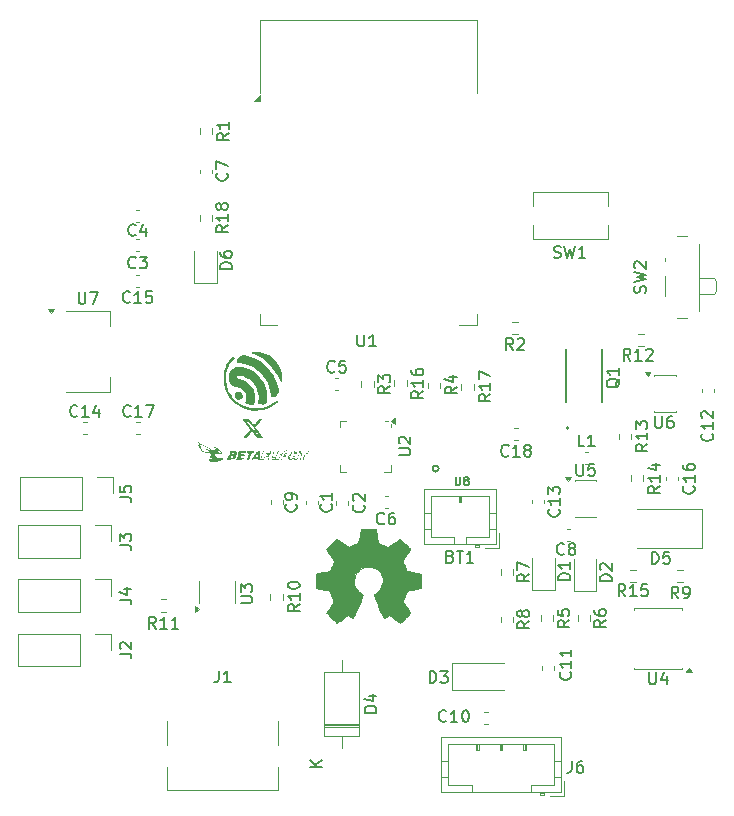
<source format=gto>
G04 #@! TF.GenerationSoftware,KiCad,Pcbnew,9.0.4-9.0.4-0~ubuntu22.04.1*
G04 #@! TF.CreationDate,2025-12-08T20:55:34+05:30*
G04 #@! TF.ProjectId,ESP32_FC,45535033-325f-4464-932e-6b696361645f,rev?*
G04 #@! TF.SameCoordinates,Original*
G04 #@! TF.FileFunction,Legend,Top*
G04 #@! TF.FilePolarity,Positive*
%FSLAX46Y46*%
G04 Gerber Fmt 4.6, Leading zero omitted, Abs format (unit mm)*
G04 Created by KiCad (PCBNEW 9.0.4-9.0.4-0~ubuntu22.04.1) date 2025-12-08 20:55:34*
%MOMM*%
%LPD*%
G01*
G04 APERTURE LIST*
%ADD10C,0.150000*%
%ADD11C,0.120000*%
%ADD12C,0.000000*%
%ADD13C,0.010000*%
%ADD14C,0.127000*%
%ADD15C,0.200000*%
G04 APERTURE END LIST*
D10*
X134454819Y-108392857D02*
X133978628Y-108726190D01*
X134454819Y-108964285D02*
X133454819Y-108964285D01*
X133454819Y-108964285D02*
X133454819Y-108583333D01*
X133454819Y-108583333D02*
X133502438Y-108488095D01*
X133502438Y-108488095D02*
X133550057Y-108440476D01*
X133550057Y-108440476D02*
X133645295Y-108392857D01*
X133645295Y-108392857D02*
X133788152Y-108392857D01*
X133788152Y-108392857D02*
X133883390Y-108440476D01*
X133883390Y-108440476D02*
X133931009Y-108488095D01*
X133931009Y-108488095D02*
X133978628Y-108583333D01*
X133978628Y-108583333D02*
X133978628Y-108964285D01*
X134454819Y-107440476D02*
X134454819Y-108011904D01*
X134454819Y-107726190D02*
X133454819Y-107726190D01*
X133454819Y-107726190D02*
X133597676Y-107821428D01*
X133597676Y-107821428D02*
X133692914Y-107916666D01*
X133692914Y-107916666D02*
X133740533Y-108011904D01*
X133454819Y-106821428D02*
X133454819Y-106726190D01*
X133454819Y-106726190D02*
X133502438Y-106630952D01*
X133502438Y-106630952D02*
X133550057Y-106583333D01*
X133550057Y-106583333D02*
X133645295Y-106535714D01*
X133645295Y-106535714D02*
X133835771Y-106488095D01*
X133835771Y-106488095D02*
X134073866Y-106488095D01*
X134073866Y-106488095D02*
X134264342Y-106535714D01*
X134264342Y-106535714D02*
X134359580Y-106583333D01*
X134359580Y-106583333D02*
X134407200Y-106630952D01*
X134407200Y-106630952D02*
X134454819Y-106726190D01*
X134454819Y-106726190D02*
X134454819Y-106821428D01*
X134454819Y-106821428D02*
X134407200Y-106916666D01*
X134407200Y-106916666D02*
X134359580Y-106964285D01*
X134359580Y-106964285D02*
X134264342Y-107011904D01*
X134264342Y-107011904D02*
X134073866Y-107059523D01*
X134073866Y-107059523D02*
X133835771Y-107059523D01*
X133835771Y-107059523D02*
X133645295Y-107011904D01*
X133645295Y-107011904D02*
X133550057Y-106964285D01*
X133550057Y-106964285D02*
X133502438Y-106916666D01*
X133502438Y-106916666D02*
X133454819Y-106821428D01*
X139859580Y-99991666D02*
X139907200Y-100039285D01*
X139907200Y-100039285D02*
X139954819Y-100182142D01*
X139954819Y-100182142D02*
X139954819Y-100277380D01*
X139954819Y-100277380D02*
X139907200Y-100420237D01*
X139907200Y-100420237D02*
X139811961Y-100515475D01*
X139811961Y-100515475D02*
X139716723Y-100563094D01*
X139716723Y-100563094D02*
X139526247Y-100610713D01*
X139526247Y-100610713D02*
X139383390Y-100610713D01*
X139383390Y-100610713D02*
X139192914Y-100563094D01*
X139192914Y-100563094D02*
X139097676Y-100515475D01*
X139097676Y-100515475D02*
X139002438Y-100420237D01*
X139002438Y-100420237D02*
X138954819Y-100277380D01*
X138954819Y-100277380D02*
X138954819Y-100182142D01*
X138954819Y-100182142D02*
X139002438Y-100039285D01*
X139002438Y-100039285D02*
X139050057Y-99991666D01*
X139050057Y-99610713D02*
X139002438Y-99563094D01*
X139002438Y-99563094D02*
X138954819Y-99467856D01*
X138954819Y-99467856D02*
X138954819Y-99229761D01*
X138954819Y-99229761D02*
X139002438Y-99134523D01*
X139002438Y-99134523D02*
X139050057Y-99086904D01*
X139050057Y-99086904D02*
X139145295Y-99039285D01*
X139145295Y-99039285D02*
X139240533Y-99039285D01*
X139240533Y-99039285D02*
X139383390Y-99086904D01*
X139383390Y-99086904D02*
X139954819Y-99658332D01*
X139954819Y-99658332D02*
X139954819Y-99039285D01*
X120558333Y-77109580D02*
X120510714Y-77157200D01*
X120510714Y-77157200D02*
X120367857Y-77204819D01*
X120367857Y-77204819D02*
X120272619Y-77204819D01*
X120272619Y-77204819D02*
X120129762Y-77157200D01*
X120129762Y-77157200D02*
X120034524Y-77061961D01*
X120034524Y-77061961D02*
X119986905Y-76966723D01*
X119986905Y-76966723D02*
X119939286Y-76776247D01*
X119939286Y-76776247D02*
X119939286Y-76633390D01*
X119939286Y-76633390D02*
X119986905Y-76442914D01*
X119986905Y-76442914D02*
X120034524Y-76347676D01*
X120034524Y-76347676D02*
X120129762Y-76252438D01*
X120129762Y-76252438D02*
X120272619Y-76204819D01*
X120272619Y-76204819D02*
X120367857Y-76204819D01*
X120367857Y-76204819D02*
X120510714Y-76252438D01*
X120510714Y-76252438D02*
X120558333Y-76300057D01*
X121415476Y-76538152D02*
X121415476Y-77204819D01*
X121177381Y-76157200D02*
X120939286Y-76871485D01*
X120939286Y-76871485D02*
X121558333Y-76871485D01*
X119204819Y-112583333D02*
X119919104Y-112583333D01*
X119919104Y-112583333D02*
X120061961Y-112630952D01*
X120061961Y-112630952D02*
X120157200Y-112726190D01*
X120157200Y-112726190D02*
X120204819Y-112869047D01*
X120204819Y-112869047D02*
X120204819Y-112964285D01*
X119300057Y-112154761D02*
X119252438Y-112107142D01*
X119252438Y-112107142D02*
X119204819Y-112011904D01*
X119204819Y-112011904D02*
X119204819Y-111773809D01*
X119204819Y-111773809D02*
X119252438Y-111678571D01*
X119252438Y-111678571D02*
X119300057Y-111630952D01*
X119300057Y-111630952D02*
X119395295Y-111583333D01*
X119395295Y-111583333D02*
X119490533Y-111583333D01*
X119490533Y-111583333D02*
X119633390Y-111630952D01*
X119633390Y-111630952D02*
X120204819Y-112202380D01*
X120204819Y-112202380D02*
X120204819Y-111583333D01*
X119204819Y-103403333D02*
X119919104Y-103403333D01*
X119919104Y-103403333D02*
X120061961Y-103450952D01*
X120061961Y-103450952D02*
X120157200Y-103546190D01*
X120157200Y-103546190D02*
X120204819Y-103689047D01*
X120204819Y-103689047D02*
X120204819Y-103784285D01*
X119204819Y-103022380D02*
X119204819Y-102403333D01*
X119204819Y-102403333D02*
X119585771Y-102736666D01*
X119585771Y-102736666D02*
X119585771Y-102593809D01*
X119585771Y-102593809D02*
X119633390Y-102498571D01*
X119633390Y-102498571D02*
X119681009Y-102450952D01*
X119681009Y-102450952D02*
X119776247Y-102403333D01*
X119776247Y-102403333D02*
X120014342Y-102403333D01*
X120014342Y-102403333D02*
X120109580Y-102450952D01*
X120109580Y-102450952D02*
X120157200Y-102498571D01*
X120157200Y-102498571D02*
X120204819Y-102593809D01*
X120204819Y-102593809D02*
X120204819Y-102879523D01*
X120204819Y-102879523D02*
X120157200Y-102974761D01*
X120157200Y-102974761D02*
X120109580Y-103022380D01*
X169359580Y-93942857D02*
X169407200Y-93990476D01*
X169407200Y-93990476D02*
X169454819Y-94133333D01*
X169454819Y-94133333D02*
X169454819Y-94228571D01*
X169454819Y-94228571D02*
X169407200Y-94371428D01*
X169407200Y-94371428D02*
X169311961Y-94466666D01*
X169311961Y-94466666D02*
X169216723Y-94514285D01*
X169216723Y-94514285D02*
X169026247Y-94561904D01*
X169026247Y-94561904D02*
X168883390Y-94561904D01*
X168883390Y-94561904D02*
X168692914Y-94514285D01*
X168692914Y-94514285D02*
X168597676Y-94466666D01*
X168597676Y-94466666D02*
X168502438Y-94371428D01*
X168502438Y-94371428D02*
X168454819Y-94228571D01*
X168454819Y-94228571D02*
X168454819Y-94133333D01*
X168454819Y-94133333D02*
X168502438Y-93990476D01*
X168502438Y-93990476D02*
X168550057Y-93942857D01*
X169454819Y-92990476D02*
X169454819Y-93561904D01*
X169454819Y-93276190D02*
X168454819Y-93276190D01*
X168454819Y-93276190D02*
X168597676Y-93371428D01*
X168597676Y-93371428D02*
X168692914Y-93466666D01*
X168692914Y-93466666D02*
X168740533Y-93561904D01*
X168550057Y-92609523D02*
X168502438Y-92561904D01*
X168502438Y-92561904D02*
X168454819Y-92466666D01*
X168454819Y-92466666D02*
X168454819Y-92228571D01*
X168454819Y-92228571D02*
X168502438Y-92133333D01*
X168502438Y-92133333D02*
X168550057Y-92085714D01*
X168550057Y-92085714D02*
X168645295Y-92038095D01*
X168645295Y-92038095D02*
X168740533Y-92038095D01*
X168740533Y-92038095D02*
X168883390Y-92085714D01*
X168883390Y-92085714D02*
X169454819Y-92657142D01*
X169454819Y-92657142D02*
X169454819Y-92038095D01*
X156833333Y-104109580D02*
X156785714Y-104157200D01*
X156785714Y-104157200D02*
X156642857Y-104204819D01*
X156642857Y-104204819D02*
X156547619Y-104204819D01*
X156547619Y-104204819D02*
X156404762Y-104157200D01*
X156404762Y-104157200D02*
X156309524Y-104061961D01*
X156309524Y-104061961D02*
X156261905Y-103966723D01*
X156261905Y-103966723D02*
X156214286Y-103776247D01*
X156214286Y-103776247D02*
X156214286Y-103633390D01*
X156214286Y-103633390D02*
X156261905Y-103442914D01*
X156261905Y-103442914D02*
X156309524Y-103347676D01*
X156309524Y-103347676D02*
X156404762Y-103252438D01*
X156404762Y-103252438D02*
X156547619Y-103204819D01*
X156547619Y-103204819D02*
X156642857Y-103204819D01*
X156642857Y-103204819D02*
X156785714Y-103252438D01*
X156785714Y-103252438D02*
X156833333Y-103300057D01*
X157404762Y-103633390D02*
X157309524Y-103585771D01*
X157309524Y-103585771D02*
X157261905Y-103538152D01*
X157261905Y-103538152D02*
X157214286Y-103442914D01*
X157214286Y-103442914D02*
X157214286Y-103395295D01*
X157214286Y-103395295D02*
X157261905Y-103300057D01*
X157261905Y-103300057D02*
X157309524Y-103252438D01*
X157309524Y-103252438D02*
X157404762Y-103204819D01*
X157404762Y-103204819D02*
X157595238Y-103204819D01*
X157595238Y-103204819D02*
X157690476Y-103252438D01*
X157690476Y-103252438D02*
X157738095Y-103300057D01*
X157738095Y-103300057D02*
X157785714Y-103395295D01*
X157785714Y-103395295D02*
X157785714Y-103442914D01*
X157785714Y-103442914D02*
X157738095Y-103538152D01*
X157738095Y-103538152D02*
X157690476Y-103585771D01*
X157690476Y-103585771D02*
X157595238Y-103633390D01*
X157595238Y-103633390D02*
X157404762Y-103633390D01*
X157404762Y-103633390D02*
X157309524Y-103681009D01*
X157309524Y-103681009D02*
X157261905Y-103728628D01*
X157261905Y-103728628D02*
X157214286Y-103823866D01*
X157214286Y-103823866D02*
X157214286Y-104014342D01*
X157214286Y-104014342D02*
X157261905Y-104109580D01*
X157261905Y-104109580D02*
X157309524Y-104157200D01*
X157309524Y-104157200D02*
X157404762Y-104204819D01*
X157404762Y-104204819D02*
X157595238Y-104204819D01*
X157595238Y-104204819D02*
X157690476Y-104157200D01*
X157690476Y-104157200D02*
X157738095Y-104109580D01*
X157738095Y-104109580D02*
X157785714Y-104014342D01*
X157785714Y-104014342D02*
X157785714Y-103823866D01*
X157785714Y-103823866D02*
X157738095Y-103728628D01*
X157738095Y-103728628D02*
X157690476Y-103681009D01*
X157690476Y-103681009D02*
X157595238Y-103633390D01*
X162032142Y-107704819D02*
X161698809Y-107228628D01*
X161460714Y-107704819D02*
X161460714Y-106704819D01*
X161460714Y-106704819D02*
X161841666Y-106704819D01*
X161841666Y-106704819D02*
X161936904Y-106752438D01*
X161936904Y-106752438D02*
X161984523Y-106800057D01*
X161984523Y-106800057D02*
X162032142Y-106895295D01*
X162032142Y-106895295D02*
X162032142Y-107038152D01*
X162032142Y-107038152D02*
X161984523Y-107133390D01*
X161984523Y-107133390D02*
X161936904Y-107181009D01*
X161936904Y-107181009D02*
X161841666Y-107228628D01*
X161841666Y-107228628D02*
X161460714Y-107228628D01*
X162984523Y-107704819D02*
X162413095Y-107704819D01*
X162698809Y-107704819D02*
X162698809Y-106704819D01*
X162698809Y-106704819D02*
X162603571Y-106847676D01*
X162603571Y-106847676D02*
X162508333Y-106942914D01*
X162508333Y-106942914D02*
X162413095Y-106990533D01*
X163889285Y-106704819D02*
X163413095Y-106704819D01*
X163413095Y-106704819D02*
X163365476Y-107181009D01*
X163365476Y-107181009D02*
X163413095Y-107133390D01*
X163413095Y-107133390D02*
X163508333Y-107085771D01*
X163508333Y-107085771D02*
X163746428Y-107085771D01*
X163746428Y-107085771D02*
X163841666Y-107133390D01*
X163841666Y-107133390D02*
X163889285Y-107181009D01*
X163889285Y-107181009D02*
X163936904Y-107276247D01*
X163936904Y-107276247D02*
X163936904Y-107514342D01*
X163936904Y-107514342D02*
X163889285Y-107609580D01*
X163889285Y-107609580D02*
X163841666Y-107657200D01*
X163841666Y-107657200D02*
X163746428Y-107704819D01*
X163746428Y-107704819D02*
X163508333Y-107704819D01*
X163508333Y-107704819D02*
X163413095Y-107657200D01*
X163413095Y-107657200D02*
X163365476Y-107609580D01*
X137408333Y-88679580D02*
X137360714Y-88727200D01*
X137360714Y-88727200D02*
X137217857Y-88774819D01*
X137217857Y-88774819D02*
X137122619Y-88774819D01*
X137122619Y-88774819D02*
X136979762Y-88727200D01*
X136979762Y-88727200D02*
X136884524Y-88631961D01*
X136884524Y-88631961D02*
X136836905Y-88536723D01*
X136836905Y-88536723D02*
X136789286Y-88346247D01*
X136789286Y-88346247D02*
X136789286Y-88203390D01*
X136789286Y-88203390D02*
X136836905Y-88012914D01*
X136836905Y-88012914D02*
X136884524Y-87917676D01*
X136884524Y-87917676D02*
X136979762Y-87822438D01*
X136979762Y-87822438D02*
X137122619Y-87774819D01*
X137122619Y-87774819D02*
X137217857Y-87774819D01*
X137217857Y-87774819D02*
X137360714Y-87822438D01*
X137360714Y-87822438D02*
X137408333Y-87870057D01*
X138313095Y-87774819D02*
X137836905Y-87774819D01*
X137836905Y-87774819D02*
X137789286Y-88251009D01*
X137789286Y-88251009D02*
X137836905Y-88203390D01*
X137836905Y-88203390D02*
X137932143Y-88155771D01*
X137932143Y-88155771D02*
X138170238Y-88155771D01*
X138170238Y-88155771D02*
X138265476Y-88203390D01*
X138265476Y-88203390D02*
X138313095Y-88251009D01*
X138313095Y-88251009D02*
X138360714Y-88346247D01*
X138360714Y-88346247D02*
X138360714Y-88584342D01*
X138360714Y-88584342D02*
X138313095Y-88679580D01*
X138313095Y-88679580D02*
X138265476Y-88727200D01*
X138265476Y-88727200D02*
X138170238Y-88774819D01*
X138170238Y-88774819D02*
X137932143Y-88774819D01*
X137932143Y-88774819D02*
X137836905Y-88727200D01*
X137836905Y-88727200D02*
X137789286Y-88679580D01*
X167789580Y-98392857D02*
X167837200Y-98440476D01*
X167837200Y-98440476D02*
X167884819Y-98583333D01*
X167884819Y-98583333D02*
X167884819Y-98678571D01*
X167884819Y-98678571D02*
X167837200Y-98821428D01*
X167837200Y-98821428D02*
X167741961Y-98916666D01*
X167741961Y-98916666D02*
X167646723Y-98964285D01*
X167646723Y-98964285D02*
X167456247Y-99011904D01*
X167456247Y-99011904D02*
X167313390Y-99011904D01*
X167313390Y-99011904D02*
X167122914Y-98964285D01*
X167122914Y-98964285D02*
X167027676Y-98916666D01*
X167027676Y-98916666D02*
X166932438Y-98821428D01*
X166932438Y-98821428D02*
X166884819Y-98678571D01*
X166884819Y-98678571D02*
X166884819Y-98583333D01*
X166884819Y-98583333D02*
X166932438Y-98440476D01*
X166932438Y-98440476D02*
X166980057Y-98392857D01*
X167884819Y-97440476D02*
X167884819Y-98011904D01*
X167884819Y-97726190D02*
X166884819Y-97726190D01*
X166884819Y-97726190D02*
X167027676Y-97821428D01*
X167027676Y-97821428D02*
X167122914Y-97916666D01*
X167122914Y-97916666D02*
X167170533Y-98011904D01*
X166884819Y-96583333D02*
X166884819Y-96773809D01*
X166884819Y-96773809D02*
X166932438Y-96869047D01*
X166932438Y-96869047D02*
X166980057Y-96916666D01*
X166980057Y-96916666D02*
X167122914Y-97011904D01*
X167122914Y-97011904D02*
X167313390Y-97059523D01*
X167313390Y-97059523D02*
X167694342Y-97059523D01*
X167694342Y-97059523D02*
X167789580Y-97011904D01*
X167789580Y-97011904D02*
X167837200Y-96964285D01*
X167837200Y-96964285D02*
X167884819Y-96869047D01*
X167884819Y-96869047D02*
X167884819Y-96678571D01*
X167884819Y-96678571D02*
X167837200Y-96583333D01*
X167837200Y-96583333D02*
X167789580Y-96535714D01*
X167789580Y-96535714D02*
X167694342Y-96488095D01*
X167694342Y-96488095D02*
X167456247Y-96488095D01*
X167456247Y-96488095D02*
X167361009Y-96535714D01*
X167361009Y-96535714D02*
X167313390Y-96583333D01*
X167313390Y-96583333D02*
X167265771Y-96678571D01*
X167265771Y-96678571D02*
X167265771Y-96869047D01*
X167265771Y-96869047D02*
X167313390Y-96964285D01*
X167313390Y-96964285D02*
X167361009Y-97011904D01*
X167361009Y-97011904D02*
X167456247Y-97059523D01*
X162457142Y-87754819D02*
X162123809Y-87278628D01*
X161885714Y-87754819D02*
X161885714Y-86754819D01*
X161885714Y-86754819D02*
X162266666Y-86754819D01*
X162266666Y-86754819D02*
X162361904Y-86802438D01*
X162361904Y-86802438D02*
X162409523Y-86850057D01*
X162409523Y-86850057D02*
X162457142Y-86945295D01*
X162457142Y-86945295D02*
X162457142Y-87088152D01*
X162457142Y-87088152D02*
X162409523Y-87183390D01*
X162409523Y-87183390D02*
X162361904Y-87231009D01*
X162361904Y-87231009D02*
X162266666Y-87278628D01*
X162266666Y-87278628D02*
X161885714Y-87278628D01*
X163409523Y-87754819D02*
X162838095Y-87754819D01*
X163123809Y-87754819D02*
X163123809Y-86754819D01*
X163123809Y-86754819D02*
X163028571Y-86897676D01*
X163028571Y-86897676D02*
X162933333Y-86992914D01*
X162933333Y-86992914D02*
X162838095Y-87040533D01*
X163790476Y-86850057D02*
X163838095Y-86802438D01*
X163838095Y-86802438D02*
X163933333Y-86754819D01*
X163933333Y-86754819D02*
X164171428Y-86754819D01*
X164171428Y-86754819D02*
X164266666Y-86802438D01*
X164266666Y-86802438D02*
X164314285Y-86850057D01*
X164314285Y-86850057D02*
X164361904Y-86945295D01*
X164361904Y-86945295D02*
X164361904Y-87040533D01*
X164361904Y-87040533D02*
X164314285Y-87183390D01*
X164314285Y-87183390D02*
X163742857Y-87754819D01*
X163742857Y-87754819D02*
X164361904Y-87754819D01*
X157354819Y-106338094D02*
X156354819Y-106338094D01*
X156354819Y-106338094D02*
X156354819Y-106099999D01*
X156354819Y-106099999D02*
X156402438Y-105957142D01*
X156402438Y-105957142D02*
X156497676Y-105861904D01*
X156497676Y-105861904D02*
X156592914Y-105814285D01*
X156592914Y-105814285D02*
X156783390Y-105766666D01*
X156783390Y-105766666D02*
X156926247Y-105766666D01*
X156926247Y-105766666D02*
X157116723Y-105814285D01*
X157116723Y-105814285D02*
X157211961Y-105861904D01*
X157211961Y-105861904D02*
X157307200Y-105957142D01*
X157307200Y-105957142D02*
X157354819Y-106099999D01*
X157354819Y-106099999D02*
X157354819Y-106338094D01*
X157354819Y-104814285D02*
X157354819Y-105385713D01*
X157354819Y-105099999D02*
X156354819Y-105099999D01*
X156354819Y-105099999D02*
X156497676Y-105195237D01*
X156497676Y-105195237D02*
X156592914Y-105290475D01*
X156592914Y-105290475D02*
X156640533Y-105385713D01*
X120132142Y-92429580D02*
X120084523Y-92477200D01*
X120084523Y-92477200D02*
X119941666Y-92524819D01*
X119941666Y-92524819D02*
X119846428Y-92524819D01*
X119846428Y-92524819D02*
X119703571Y-92477200D01*
X119703571Y-92477200D02*
X119608333Y-92381961D01*
X119608333Y-92381961D02*
X119560714Y-92286723D01*
X119560714Y-92286723D02*
X119513095Y-92096247D01*
X119513095Y-92096247D02*
X119513095Y-91953390D01*
X119513095Y-91953390D02*
X119560714Y-91762914D01*
X119560714Y-91762914D02*
X119608333Y-91667676D01*
X119608333Y-91667676D02*
X119703571Y-91572438D01*
X119703571Y-91572438D02*
X119846428Y-91524819D01*
X119846428Y-91524819D02*
X119941666Y-91524819D01*
X119941666Y-91524819D02*
X120084523Y-91572438D01*
X120084523Y-91572438D02*
X120132142Y-91620057D01*
X121084523Y-92524819D02*
X120513095Y-92524819D01*
X120798809Y-92524819D02*
X120798809Y-91524819D01*
X120798809Y-91524819D02*
X120703571Y-91667676D01*
X120703571Y-91667676D02*
X120608333Y-91762914D01*
X120608333Y-91762914D02*
X120513095Y-91810533D01*
X121417857Y-91524819D02*
X122084523Y-91524819D01*
X122084523Y-91524819D02*
X121655952Y-92524819D01*
X152132142Y-95789580D02*
X152084523Y-95837200D01*
X152084523Y-95837200D02*
X151941666Y-95884819D01*
X151941666Y-95884819D02*
X151846428Y-95884819D01*
X151846428Y-95884819D02*
X151703571Y-95837200D01*
X151703571Y-95837200D02*
X151608333Y-95741961D01*
X151608333Y-95741961D02*
X151560714Y-95646723D01*
X151560714Y-95646723D02*
X151513095Y-95456247D01*
X151513095Y-95456247D02*
X151513095Y-95313390D01*
X151513095Y-95313390D02*
X151560714Y-95122914D01*
X151560714Y-95122914D02*
X151608333Y-95027676D01*
X151608333Y-95027676D02*
X151703571Y-94932438D01*
X151703571Y-94932438D02*
X151846428Y-94884819D01*
X151846428Y-94884819D02*
X151941666Y-94884819D01*
X151941666Y-94884819D02*
X152084523Y-94932438D01*
X152084523Y-94932438D02*
X152132142Y-94980057D01*
X153084523Y-95884819D02*
X152513095Y-95884819D01*
X152798809Y-95884819D02*
X152798809Y-94884819D01*
X152798809Y-94884819D02*
X152703571Y-95027676D01*
X152703571Y-95027676D02*
X152608333Y-95122914D01*
X152608333Y-95122914D02*
X152513095Y-95170533D01*
X153655952Y-95313390D02*
X153560714Y-95265771D01*
X153560714Y-95265771D02*
X153513095Y-95218152D01*
X153513095Y-95218152D02*
X153465476Y-95122914D01*
X153465476Y-95122914D02*
X153465476Y-95075295D01*
X153465476Y-95075295D02*
X153513095Y-94980057D01*
X153513095Y-94980057D02*
X153560714Y-94932438D01*
X153560714Y-94932438D02*
X153655952Y-94884819D01*
X153655952Y-94884819D02*
X153846428Y-94884819D01*
X153846428Y-94884819D02*
X153941666Y-94932438D01*
X153941666Y-94932438D02*
X153989285Y-94980057D01*
X153989285Y-94980057D02*
X154036904Y-95075295D01*
X154036904Y-95075295D02*
X154036904Y-95122914D01*
X154036904Y-95122914D02*
X153989285Y-95218152D01*
X153989285Y-95218152D02*
X153941666Y-95265771D01*
X153941666Y-95265771D02*
X153846428Y-95313390D01*
X153846428Y-95313390D02*
X153655952Y-95313390D01*
X153655952Y-95313390D02*
X153560714Y-95361009D01*
X153560714Y-95361009D02*
X153513095Y-95408628D01*
X153513095Y-95408628D02*
X153465476Y-95503866D01*
X153465476Y-95503866D02*
X153465476Y-95694342D01*
X153465476Y-95694342D02*
X153513095Y-95789580D01*
X153513095Y-95789580D02*
X153560714Y-95837200D01*
X153560714Y-95837200D02*
X153655952Y-95884819D01*
X153655952Y-95884819D02*
X153846428Y-95884819D01*
X153846428Y-95884819D02*
X153941666Y-95837200D01*
X153941666Y-95837200D02*
X153989285Y-95789580D01*
X153989285Y-95789580D02*
X154036904Y-95694342D01*
X154036904Y-95694342D02*
X154036904Y-95503866D01*
X154036904Y-95503866D02*
X153989285Y-95408628D01*
X153989285Y-95408628D02*
X153941666Y-95361009D01*
X153941666Y-95361009D02*
X153846428Y-95313390D01*
X157466666Y-121654819D02*
X157466666Y-122369104D01*
X157466666Y-122369104D02*
X157419047Y-122511961D01*
X157419047Y-122511961D02*
X157323809Y-122607200D01*
X157323809Y-122607200D02*
X157180952Y-122654819D01*
X157180952Y-122654819D02*
X157085714Y-122654819D01*
X158371428Y-121654819D02*
X158180952Y-121654819D01*
X158180952Y-121654819D02*
X158085714Y-121702438D01*
X158085714Y-121702438D02*
X158038095Y-121750057D01*
X158038095Y-121750057D02*
X157942857Y-121892914D01*
X157942857Y-121892914D02*
X157895238Y-122083390D01*
X157895238Y-122083390D02*
X157895238Y-122464342D01*
X157895238Y-122464342D02*
X157942857Y-122559580D01*
X157942857Y-122559580D02*
X157990476Y-122607200D01*
X157990476Y-122607200D02*
X158085714Y-122654819D01*
X158085714Y-122654819D02*
X158276190Y-122654819D01*
X158276190Y-122654819D02*
X158371428Y-122607200D01*
X158371428Y-122607200D02*
X158419047Y-122559580D01*
X158419047Y-122559580D02*
X158466666Y-122464342D01*
X158466666Y-122464342D02*
X158466666Y-122226247D01*
X158466666Y-122226247D02*
X158419047Y-122131009D01*
X158419047Y-122131009D02*
X158371428Y-122083390D01*
X158371428Y-122083390D02*
X158276190Y-122035771D01*
X158276190Y-122035771D02*
X158085714Y-122035771D01*
X158085714Y-122035771D02*
X157990476Y-122083390D01*
X157990476Y-122083390D02*
X157942857Y-122131009D01*
X157942857Y-122131009D02*
X157895238Y-122226247D01*
X147754819Y-89966666D02*
X147278628Y-90299999D01*
X147754819Y-90538094D02*
X146754819Y-90538094D01*
X146754819Y-90538094D02*
X146754819Y-90157142D01*
X146754819Y-90157142D02*
X146802438Y-90061904D01*
X146802438Y-90061904D02*
X146850057Y-90014285D01*
X146850057Y-90014285D02*
X146945295Y-89966666D01*
X146945295Y-89966666D02*
X147088152Y-89966666D01*
X147088152Y-89966666D02*
X147183390Y-90014285D01*
X147183390Y-90014285D02*
X147231009Y-90061904D01*
X147231009Y-90061904D02*
X147278628Y-90157142D01*
X147278628Y-90157142D02*
X147278628Y-90538094D01*
X147088152Y-89109523D02*
X147754819Y-89109523D01*
X146707200Y-89347618D02*
X147421485Y-89585713D01*
X147421485Y-89585713D02*
X147421485Y-88966666D01*
X127616666Y-114009819D02*
X127616666Y-114724104D01*
X127616666Y-114724104D02*
X127569047Y-114866961D01*
X127569047Y-114866961D02*
X127473809Y-114962200D01*
X127473809Y-114962200D02*
X127330952Y-115009819D01*
X127330952Y-115009819D02*
X127235714Y-115009819D01*
X128616666Y-115009819D02*
X128045238Y-115009819D01*
X128330952Y-115009819D02*
X128330952Y-114009819D01*
X128330952Y-114009819D02*
X128235714Y-114152676D01*
X128235714Y-114152676D02*
X128140476Y-114247914D01*
X128140476Y-114247914D02*
X128045238Y-114295533D01*
X145461905Y-115054819D02*
X145461905Y-114054819D01*
X145461905Y-114054819D02*
X145700000Y-114054819D01*
X145700000Y-114054819D02*
X145842857Y-114102438D01*
X145842857Y-114102438D02*
X145938095Y-114197676D01*
X145938095Y-114197676D02*
X145985714Y-114292914D01*
X145985714Y-114292914D02*
X146033333Y-114483390D01*
X146033333Y-114483390D02*
X146033333Y-114626247D01*
X146033333Y-114626247D02*
X145985714Y-114816723D01*
X145985714Y-114816723D02*
X145938095Y-114911961D01*
X145938095Y-114911961D02*
X145842857Y-115007200D01*
X145842857Y-115007200D02*
X145700000Y-115054819D01*
X145700000Y-115054819D02*
X145461905Y-115054819D01*
X146366667Y-114054819D02*
X146985714Y-114054819D01*
X146985714Y-114054819D02*
X146652381Y-114435771D01*
X146652381Y-114435771D02*
X146795238Y-114435771D01*
X146795238Y-114435771D02*
X146890476Y-114483390D01*
X146890476Y-114483390D02*
X146938095Y-114531009D01*
X146938095Y-114531009D02*
X146985714Y-114626247D01*
X146985714Y-114626247D02*
X146985714Y-114864342D01*
X146985714Y-114864342D02*
X146938095Y-114959580D01*
X146938095Y-114959580D02*
X146890476Y-115007200D01*
X146890476Y-115007200D02*
X146795238Y-115054819D01*
X146795238Y-115054819D02*
X146509524Y-115054819D01*
X146509524Y-115054819D02*
X146414286Y-115007200D01*
X146414286Y-115007200D02*
X146366667Y-114959580D01*
X147214285Y-104331009D02*
X147357142Y-104378628D01*
X147357142Y-104378628D02*
X147404761Y-104426247D01*
X147404761Y-104426247D02*
X147452380Y-104521485D01*
X147452380Y-104521485D02*
X147452380Y-104664342D01*
X147452380Y-104664342D02*
X147404761Y-104759580D01*
X147404761Y-104759580D02*
X147357142Y-104807200D01*
X147357142Y-104807200D02*
X147261904Y-104854819D01*
X147261904Y-104854819D02*
X146880952Y-104854819D01*
X146880952Y-104854819D02*
X146880952Y-103854819D01*
X146880952Y-103854819D02*
X147214285Y-103854819D01*
X147214285Y-103854819D02*
X147309523Y-103902438D01*
X147309523Y-103902438D02*
X147357142Y-103950057D01*
X147357142Y-103950057D02*
X147404761Y-104045295D01*
X147404761Y-104045295D02*
X147404761Y-104140533D01*
X147404761Y-104140533D02*
X147357142Y-104235771D01*
X147357142Y-104235771D02*
X147309523Y-104283390D01*
X147309523Y-104283390D02*
X147214285Y-104331009D01*
X147214285Y-104331009D02*
X146880952Y-104331009D01*
X147738095Y-103854819D02*
X148309523Y-103854819D01*
X148023809Y-104854819D02*
X148023809Y-103854819D01*
X149166666Y-104854819D02*
X148595238Y-104854819D01*
X148880952Y-104854819D02*
X148880952Y-103854819D01*
X148880952Y-103854819D02*
X148785714Y-103997676D01*
X148785714Y-103997676D02*
X148690476Y-104092914D01*
X148690476Y-104092914D02*
X148595238Y-104140533D01*
X157359580Y-114142857D02*
X157407200Y-114190476D01*
X157407200Y-114190476D02*
X157454819Y-114333333D01*
X157454819Y-114333333D02*
X157454819Y-114428571D01*
X157454819Y-114428571D02*
X157407200Y-114571428D01*
X157407200Y-114571428D02*
X157311961Y-114666666D01*
X157311961Y-114666666D02*
X157216723Y-114714285D01*
X157216723Y-114714285D02*
X157026247Y-114761904D01*
X157026247Y-114761904D02*
X156883390Y-114761904D01*
X156883390Y-114761904D02*
X156692914Y-114714285D01*
X156692914Y-114714285D02*
X156597676Y-114666666D01*
X156597676Y-114666666D02*
X156502438Y-114571428D01*
X156502438Y-114571428D02*
X156454819Y-114428571D01*
X156454819Y-114428571D02*
X156454819Y-114333333D01*
X156454819Y-114333333D02*
X156502438Y-114190476D01*
X156502438Y-114190476D02*
X156550057Y-114142857D01*
X157454819Y-113190476D02*
X157454819Y-113761904D01*
X157454819Y-113476190D02*
X156454819Y-113476190D01*
X156454819Y-113476190D02*
X156597676Y-113571428D01*
X156597676Y-113571428D02*
X156692914Y-113666666D01*
X156692914Y-113666666D02*
X156740533Y-113761904D01*
X157454819Y-112238095D02*
X157454819Y-112809523D01*
X157454819Y-112523809D02*
X156454819Y-112523809D01*
X156454819Y-112523809D02*
X156597676Y-112619047D01*
X156597676Y-112619047D02*
X156692914Y-112714285D01*
X156692914Y-112714285D02*
X156740533Y-112809523D01*
X163707200Y-82033332D02*
X163754819Y-81890475D01*
X163754819Y-81890475D02*
X163754819Y-81652380D01*
X163754819Y-81652380D02*
X163707200Y-81557142D01*
X163707200Y-81557142D02*
X163659580Y-81509523D01*
X163659580Y-81509523D02*
X163564342Y-81461904D01*
X163564342Y-81461904D02*
X163469104Y-81461904D01*
X163469104Y-81461904D02*
X163373866Y-81509523D01*
X163373866Y-81509523D02*
X163326247Y-81557142D01*
X163326247Y-81557142D02*
X163278628Y-81652380D01*
X163278628Y-81652380D02*
X163231009Y-81842856D01*
X163231009Y-81842856D02*
X163183390Y-81938094D01*
X163183390Y-81938094D02*
X163135771Y-81985713D01*
X163135771Y-81985713D02*
X163040533Y-82033332D01*
X163040533Y-82033332D02*
X162945295Y-82033332D01*
X162945295Y-82033332D02*
X162850057Y-81985713D01*
X162850057Y-81985713D02*
X162802438Y-81938094D01*
X162802438Y-81938094D02*
X162754819Y-81842856D01*
X162754819Y-81842856D02*
X162754819Y-81604761D01*
X162754819Y-81604761D02*
X162802438Y-81461904D01*
X162754819Y-81128570D02*
X163754819Y-80890475D01*
X163754819Y-80890475D02*
X163040533Y-80699999D01*
X163040533Y-80699999D02*
X163754819Y-80509523D01*
X163754819Y-80509523D02*
X162754819Y-80271428D01*
X162850057Y-79938094D02*
X162802438Y-79890475D01*
X162802438Y-79890475D02*
X162754819Y-79795237D01*
X162754819Y-79795237D02*
X162754819Y-79557142D01*
X162754819Y-79557142D02*
X162802438Y-79461904D01*
X162802438Y-79461904D02*
X162850057Y-79414285D01*
X162850057Y-79414285D02*
X162945295Y-79366666D01*
X162945295Y-79366666D02*
X163040533Y-79366666D01*
X163040533Y-79366666D02*
X163183390Y-79414285D01*
X163183390Y-79414285D02*
X163754819Y-79985713D01*
X163754819Y-79985713D02*
X163754819Y-79366666D01*
X137109580Y-99916666D02*
X137157200Y-99964285D01*
X137157200Y-99964285D02*
X137204819Y-100107142D01*
X137204819Y-100107142D02*
X137204819Y-100202380D01*
X137204819Y-100202380D02*
X137157200Y-100345237D01*
X137157200Y-100345237D02*
X137061961Y-100440475D01*
X137061961Y-100440475D02*
X136966723Y-100488094D01*
X136966723Y-100488094D02*
X136776247Y-100535713D01*
X136776247Y-100535713D02*
X136633390Y-100535713D01*
X136633390Y-100535713D02*
X136442914Y-100488094D01*
X136442914Y-100488094D02*
X136347676Y-100440475D01*
X136347676Y-100440475D02*
X136252438Y-100345237D01*
X136252438Y-100345237D02*
X136204819Y-100202380D01*
X136204819Y-100202380D02*
X136204819Y-100107142D01*
X136204819Y-100107142D02*
X136252438Y-99964285D01*
X136252438Y-99964285D02*
X136300057Y-99916666D01*
X137204819Y-98964285D02*
X137204819Y-99535713D01*
X137204819Y-99249999D02*
X136204819Y-99249999D01*
X136204819Y-99249999D02*
X136347676Y-99345237D01*
X136347676Y-99345237D02*
X136442914Y-99440475D01*
X136442914Y-99440475D02*
X136490533Y-99535713D01*
X141608333Y-101539580D02*
X141560714Y-101587200D01*
X141560714Y-101587200D02*
X141417857Y-101634819D01*
X141417857Y-101634819D02*
X141322619Y-101634819D01*
X141322619Y-101634819D02*
X141179762Y-101587200D01*
X141179762Y-101587200D02*
X141084524Y-101491961D01*
X141084524Y-101491961D02*
X141036905Y-101396723D01*
X141036905Y-101396723D02*
X140989286Y-101206247D01*
X140989286Y-101206247D02*
X140989286Y-101063390D01*
X140989286Y-101063390D02*
X141036905Y-100872914D01*
X141036905Y-100872914D02*
X141084524Y-100777676D01*
X141084524Y-100777676D02*
X141179762Y-100682438D01*
X141179762Y-100682438D02*
X141322619Y-100634819D01*
X141322619Y-100634819D02*
X141417857Y-100634819D01*
X141417857Y-100634819D02*
X141560714Y-100682438D01*
X141560714Y-100682438D02*
X141608333Y-100730057D01*
X142465476Y-100634819D02*
X142275000Y-100634819D01*
X142275000Y-100634819D02*
X142179762Y-100682438D01*
X142179762Y-100682438D02*
X142132143Y-100730057D01*
X142132143Y-100730057D02*
X142036905Y-100872914D01*
X142036905Y-100872914D02*
X141989286Y-101063390D01*
X141989286Y-101063390D02*
X141989286Y-101444342D01*
X141989286Y-101444342D02*
X142036905Y-101539580D01*
X142036905Y-101539580D02*
X142084524Y-101587200D01*
X142084524Y-101587200D02*
X142179762Y-101634819D01*
X142179762Y-101634819D02*
X142370238Y-101634819D01*
X142370238Y-101634819D02*
X142465476Y-101587200D01*
X142465476Y-101587200D02*
X142513095Y-101539580D01*
X142513095Y-101539580D02*
X142560714Y-101444342D01*
X142560714Y-101444342D02*
X142560714Y-101206247D01*
X142560714Y-101206247D02*
X142513095Y-101111009D01*
X142513095Y-101111009D02*
X142465476Y-101063390D01*
X142465476Y-101063390D02*
X142370238Y-101015771D01*
X142370238Y-101015771D02*
X142179762Y-101015771D01*
X142179762Y-101015771D02*
X142084524Y-101063390D01*
X142084524Y-101063390D02*
X142036905Y-101111009D01*
X142036905Y-101111009D02*
X141989286Y-101206247D01*
X160384819Y-109741666D02*
X159908628Y-110074999D01*
X160384819Y-110313094D02*
X159384819Y-110313094D01*
X159384819Y-110313094D02*
X159384819Y-109932142D01*
X159384819Y-109932142D02*
X159432438Y-109836904D01*
X159432438Y-109836904D02*
X159480057Y-109789285D01*
X159480057Y-109789285D02*
X159575295Y-109741666D01*
X159575295Y-109741666D02*
X159718152Y-109741666D01*
X159718152Y-109741666D02*
X159813390Y-109789285D01*
X159813390Y-109789285D02*
X159861009Y-109836904D01*
X159861009Y-109836904D02*
X159908628Y-109932142D01*
X159908628Y-109932142D02*
X159908628Y-110313094D01*
X159384819Y-108884523D02*
X159384819Y-109074999D01*
X159384819Y-109074999D02*
X159432438Y-109170237D01*
X159432438Y-109170237D02*
X159480057Y-109217856D01*
X159480057Y-109217856D02*
X159622914Y-109313094D01*
X159622914Y-109313094D02*
X159813390Y-109360713D01*
X159813390Y-109360713D02*
X160194342Y-109360713D01*
X160194342Y-109360713D02*
X160289580Y-109313094D01*
X160289580Y-109313094D02*
X160337200Y-109265475D01*
X160337200Y-109265475D02*
X160384819Y-109170237D01*
X160384819Y-109170237D02*
X160384819Y-108979761D01*
X160384819Y-108979761D02*
X160337200Y-108884523D01*
X160337200Y-108884523D02*
X160289580Y-108836904D01*
X160289580Y-108836904D02*
X160194342Y-108789285D01*
X160194342Y-108789285D02*
X159956247Y-108789285D01*
X159956247Y-108789285D02*
X159861009Y-108836904D01*
X159861009Y-108836904D02*
X159813390Y-108884523D01*
X159813390Y-108884523D02*
X159765771Y-108979761D01*
X159765771Y-108979761D02*
X159765771Y-109170237D01*
X159765771Y-109170237D02*
X159813390Y-109265475D01*
X159813390Y-109265475D02*
X159861009Y-109313094D01*
X159861009Y-109313094D02*
X159956247Y-109360713D01*
X146857142Y-118259580D02*
X146809523Y-118307200D01*
X146809523Y-118307200D02*
X146666666Y-118354819D01*
X146666666Y-118354819D02*
X146571428Y-118354819D01*
X146571428Y-118354819D02*
X146428571Y-118307200D01*
X146428571Y-118307200D02*
X146333333Y-118211961D01*
X146333333Y-118211961D02*
X146285714Y-118116723D01*
X146285714Y-118116723D02*
X146238095Y-117926247D01*
X146238095Y-117926247D02*
X146238095Y-117783390D01*
X146238095Y-117783390D02*
X146285714Y-117592914D01*
X146285714Y-117592914D02*
X146333333Y-117497676D01*
X146333333Y-117497676D02*
X146428571Y-117402438D01*
X146428571Y-117402438D02*
X146571428Y-117354819D01*
X146571428Y-117354819D02*
X146666666Y-117354819D01*
X146666666Y-117354819D02*
X146809523Y-117402438D01*
X146809523Y-117402438D02*
X146857142Y-117450057D01*
X147809523Y-118354819D02*
X147238095Y-118354819D01*
X147523809Y-118354819D02*
X147523809Y-117354819D01*
X147523809Y-117354819D02*
X147428571Y-117497676D01*
X147428571Y-117497676D02*
X147333333Y-117592914D01*
X147333333Y-117592914D02*
X147238095Y-117640533D01*
X148428571Y-117354819D02*
X148523809Y-117354819D01*
X148523809Y-117354819D02*
X148619047Y-117402438D01*
X148619047Y-117402438D02*
X148666666Y-117450057D01*
X148666666Y-117450057D02*
X148714285Y-117545295D01*
X148714285Y-117545295D02*
X148761904Y-117735771D01*
X148761904Y-117735771D02*
X148761904Y-117973866D01*
X148761904Y-117973866D02*
X148714285Y-118164342D01*
X148714285Y-118164342D02*
X148666666Y-118259580D01*
X148666666Y-118259580D02*
X148619047Y-118307200D01*
X148619047Y-118307200D02*
X148523809Y-118354819D01*
X148523809Y-118354819D02*
X148428571Y-118354819D01*
X148428571Y-118354819D02*
X148333333Y-118307200D01*
X148333333Y-118307200D02*
X148285714Y-118259580D01*
X148285714Y-118259580D02*
X148238095Y-118164342D01*
X148238095Y-118164342D02*
X148190476Y-117973866D01*
X148190476Y-117973866D02*
X148190476Y-117735771D01*
X148190476Y-117735771D02*
X148238095Y-117545295D01*
X148238095Y-117545295D02*
X148285714Y-117450057D01*
X148285714Y-117450057D02*
X148333333Y-117402438D01*
X148333333Y-117402438D02*
X148428571Y-117354819D01*
X157875595Y-96504819D02*
X157875595Y-97314342D01*
X157875595Y-97314342D02*
X157923214Y-97409580D01*
X157923214Y-97409580D02*
X157970833Y-97457200D01*
X157970833Y-97457200D02*
X158066071Y-97504819D01*
X158066071Y-97504819D02*
X158256547Y-97504819D01*
X158256547Y-97504819D02*
X158351785Y-97457200D01*
X158351785Y-97457200D02*
X158399404Y-97409580D01*
X158399404Y-97409580D02*
X158447023Y-97314342D01*
X158447023Y-97314342D02*
X158447023Y-96504819D01*
X159399404Y-96504819D02*
X158923214Y-96504819D01*
X158923214Y-96504819D02*
X158875595Y-96981009D01*
X158875595Y-96981009D02*
X158923214Y-96933390D01*
X158923214Y-96933390D02*
X159018452Y-96885771D01*
X159018452Y-96885771D02*
X159256547Y-96885771D01*
X159256547Y-96885771D02*
X159351785Y-96933390D01*
X159351785Y-96933390D02*
X159399404Y-96981009D01*
X159399404Y-96981009D02*
X159447023Y-97076247D01*
X159447023Y-97076247D02*
X159447023Y-97314342D01*
X159447023Y-97314342D02*
X159399404Y-97409580D01*
X159399404Y-97409580D02*
X159351785Y-97457200D01*
X159351785Y-97457200D02*
X159256547Y-97504819D01*
X159256547Y-97504819D02*
X159018452Y-97504819D01*
X159018452Y-97504819D02*
X158923214Y-97457200D01*
X158923214Y-97457200D02*
X158875595Y-97409580D01*
X128384819Y-76317857D02*
X127908628Y-76651190D01*
X128384819Y-76889285D02*
X127384819Y-76889285D01*
X127384819Y-76889285D02*
X127384819Y-76508333D01*
X127384819Y-76508333D02*
X127432438Y-76413095D01*
X127432438Y-76413095D02*
X127480057Y-76365476D01*
X127480057Y-76365476D02*
X127575295Y-76317857D01*
X127575295Y-76317857D02*
X127718152Y-76317857D01*
X127718152Y-76317857D02*
X127813390Y-76365476D01*
X127813390Y-76365476D02*
X127861009Y-76413095D01*
X127861009Y-76413095D02*
X127908628Y-76508333D01*
X127908628Y-76508333D02*
X127908628Y-76889285D01*
X128384819Y-75365476D02*
X128384819Y-75936904D01*
X128384819Y-75651190D02*
X127384819Y-75651190D01*
X127384819Y-75651190D02*
X127527676Y-75746428D01*
X127527676Y-75746428D02*
X127622914Y-75841666D01*
X127622914Y-75841666D02*
X127670533Y-75936904D01*
X127813390Y-74794047D02*
X127765771Y-74889285D01*
X127765771Y-74889285D02*
X127718152Y-74936904D01*
X127718152Y-74936904D02*
X127622914Y-74984523D01*
X127622914Y-74984523D02*
X127575295Y-74984523D01*
X127575295Y-74984523D02*
X127480057Y-74936904D01*
X127480057Y-74936904D02*
X127432438Y-74889285D01*
X127432438Y-74889285D02*
X127384819Y-74794047D01*
X127384819Y-74794047D02*
X127384819Y-74603571D01*
X127384819Y-74603571D02*
X127432438Y-74508333D01*
X127432438Y-74508333D02*
X127480057Y-74460714D01*
X127480057Y-74460714D02*
X127575295Y-74413095D01*
X127575295Y-74413095D02*
X127622914Y-74413095D01*
X127622914Y-74413095D02*
X127718152Y-74460714D01*
X127718152Y-74460714D02*
X127765771Y-74508333D01*
X127765771Y-74508333D02*
X127813390Y-74603571D01*
X127813390Y-74603571D02*
X127813390Y-74794047D01*
X127813390Y-74794047D02*
X127861009Y-74889285D01*
X127861009Y-74889285D02*
X127908628Y-74936904D01*
X127908628Y-74936904D02*
X128003866Y-74984523D01*
X128003866Y-74984523D02*
X128194342Y-74984523D01*
X128194342Y-74984523D02*
X128289580Y-74936904D01*
X128289580Y-74936904D02*
X128337200Y-74889285D01*
X128337200Y-74889285D02*
X128384819Y-74794047D01*
X128384819Y-74794047D02*
X128384819Y-74603571D01*
X128384819Y-74603571D02*
X128337200Y-74508333D01*
X128337200Y-74508333D02*
X128289580Y-74460714D01*
X128289580Y-74460714D02*
X128194342Y-74413095D01*
X128194342Y-74413095D02*
X128003866Y-74413095D01*
X128003866Y-74413095D02*
X127908628Y-74460714D01*
X127908628Y-74460714D02*
X127861009Y-74508333D01*
X127861009Y-74508333D02*
X127813390Y-74603571D01*
X158558333Y-95024819D02*
X158082143Y-95024819D01*
X158082143Y-95024819D02*
X158082143Y-94024819D01*
X159415476Y-95024819D02*
X158844048Y-95024819D01*
X159129762Y-95024819D02*
X159129762Y-94024819D01*
X159129762Y-94024819D02*
X159034524Y-94167676D01*
X159034524Y-94167676D02*
X158939286Y-94262914D01*
X158939286Y-94262914D02*
X158844048Y-94310533D01*
X128454819Y-68491666D02*
X127978628Y-68824999D01*
X128454819Y-69063094D02*
X127454819Y-69063094D01*
X127454819Y-69063094D02*
X127454819Y-68682142D01*
X127454819Y-68682142D02*
X127502438Y-68586904D01*
X127502438Y-68586904D02*
X127550057Y-68539285D01*
X127550057Y-68539285D02*
X127645295Y-68491666D01*
X127645295Y-68491666D02*
X127788152Y-68491666D01*
X127788152Y-68491666D02*
X127883390Y-68539285D01*
X127883390Y-68539285D02*
X127931009Y-68586904D01*
X127931009Y-68586904D02*
X127978628Y-68682142D01*
X127978628Y-68682142D02*
X127978628Y-69063094D01*
X128454819Y-67539285D02*
X128454819Y-68110713D01*
X128454819Y-67824999D02*
X127454819Y-67824999D01*
X127454819Y-67824999D02*
X127597676Y-67920237D01*
X127597676Y-67920237D02*
X127692914Y-68015475D01*
X127692914Y-68015475D02*
X127740533Y-68110713D01*
X153884819Y-105841666D02*
X153408628Y-106174999D01*
X153884819Y-106413094D02*
X152884819Y-106413094D01*
X152884819Y-106413094D02*
X152884819Y-106032142D01*
X152884819Y-106032142D02*
X152932438Y-105936904D01*
X152932438Y-105936904D02*
X152980057Y-105889285D01*
X152980057Y-105889285D02*
X153075295Y-105841666D01*
X153075295Y-105841666D02*
X153218152Y-105841666D01*
X153218152Y-105841666D02*
X153313390Y-105889285D01*
X153313390Y-105889285D02*
X153361009Y-105936904D01*
X153361009Y-105936904D02*
X153408628Y-106032142D01*
X153408628Y-106032142D02*
X153408628Y-106413094D01*
X152884819Y-105508332D02*
X152884819Y-104841666D01*
X152884819Y-104841666D02*
X153884819Y-105270237D01*
X163884819Y-94817857D02*
X163408628Y-95151190D01*
X163884819Y-95389285D02*
X162884819Y-95389285D01*
X162884819Y-95389285D02*
X162884819Y-95008333D01*
X162884819Y-95008333D02*
X162932438Y-94913095D01*
X162932438Y-94913095D02*
X162980057Y-94865476D01*
X162980057Y-94865476D02*
X163075295Y-94817857D01*
X163075295Y-94817857D02*
X163218152Y-94817857D01*
X163218152Y-94817857D02*
X163313390Y-94865476D01*
X163313390Y-94865476D02*
X163361009Y-94913095D01*
X163361009Y-94913095D02*
X163408628Y-95008333D01*
X163408628Y-95008333D02*
X163408628Y-95389285D01*
X163884819Y-93865476D02*
X163884819Y-94436904D01*
X163884819Y-94151190D02*
X162884819Y-94151190D01*
X162884819Y-94151190D02*
X163027676Y-94246428D01*
X163027676Y-94246428D02*
X163122914Y-94341666D01*
X163122914Y-94341666D02*
X163170533Y-94436904D01*
X162884819Y-93532142D02*
X162884819Y-92913095D01*
X162884819Y-92913095D02*
X163265771Y-93246428D01*
X163265771Y-93246428D02*
X163265771Y-93103571D01*
X163265771Y-93103571D02*
X163313390Y-93008333D01*
X163313390Y-93008333D02*
X163361009Y-92960714D01*
X163361009Y-92960714D02*
X163456247Y-92913095D01*
X163456247Y-92913095D02*
X163694342Y-92913095D01*
X163694342Y-92913095D02*
X163789580Y-92960714D01*
X163789580Y-92960714D02*
X163837200Y-93008333D01*
X163837200Y-93008333D02*
X163884819Y-93103571D01*
X163884819Y-93103571D02*
X163884819Y-93389285D01*
X163884819Y-93389285D02*
X163837200Y-93484523D01*
X163837200Y-93484523D02*
X163789580Y-93532142D01*
X129454819Y-108261904D02*
X130264342Y-108261904D01*
X130264342Y-108261904D02*
X130359580Y-108214285D01*
X130359580Y-108214285D02*
X130407200Y-108166666D01*
X130407200Y-108166666D02*
X130454819Y-108071428D01*
X130454819Y-108071428D02*
X130454819Y-107880952D01*
X130454819Y-107880952D02*
X130407200Y-107785714D01*
X130407200Y-107785714D02*
X130359580Y-107738095D01*
X130359580Y-107738095D02*
X130264342Y-107690476D01*
X130264342Y-107690476D02*
X129454819Y-107690476D01*
X129454819Y-107309523D02*
X129454819Y-106690476D01*
X129454819Y-106690476D02*
X129835771Y-107023809D01*
X129835771Y-107023809D02*
X129835771Y-106880952D01*
X129835771Y-106880952D02*
X129883390Y-106785714D01*
X129883390Y-106785714D02*
X129931009Y-106738095D01*
X129931009Y-106738095D02*
X130026247Y-106690476D01*
X130026247Y-106690476D02*
X130264342Y-106690476D01*
X130264342Y-106690476D02*
X130359580Y-106738095D01*
X130359580Y-106738095D02*
X130407200Y-106785714D01*
X130407200Y-106785714D02*
X130454819Y-106880952D01*
X130454819Y-106880952D02*
X130454819Y-107166666D01*
X130454819Y-107166666D02*
X130407200Y-107261904D01*
X130407200Y-107261904D02*
X130359580Y-107309523D01*
X140954819Y-117568094D02*
X139954819Y-117568094D01*
X139954819Y-117568094D02*
X139954819Y-117329999D01*
X139954819Y-117329999D02*
X140002438Y-117187142D01*
X140002438Y-117187142D02*
X140097676Y-117091904D01*
X140097676Y-117091904D02*
X140192914Y-117044285D01*
X140192914Y-117044285D02*
X140383390Y-116996666D01*
X140383390Y-116996666D02*
X140526247Y-116996666D01*
X140526247Y-116996666D02*
X140716723Y-117044285D01*
X140716723Y-117044285D02*
X140811961Y-117091904D01*
X140811961Y-117091904D02*
X140907200Y-117187142D01*
X140907200Y-117187142D02*
X140954819Y-117329999D01*
X140954819Y-117329999D02*
X140954819Y-117568094D01*
X140288152Y-116139523D02*
X140954819Y-116139523D01*
X139907200Y-116377618D02*
X140621485Y-116615713D01*
X140621485Y-116615713D02*
X140621485Y-115996666D01*
X136354819Y-122171904D02*
X135354819Y-122171904D01*
X136354819Y-121600476D02*
X135783390Y-122029047D01*
X135354819Y-121600476D02*
X135926247Y-122171904D01*
X164261905Y-104954819D02*
X164261905Y-103954819D01*
X164261905Y-103954819D02*
X164500000Y-103954819D01*
X164500000Y-103954819D02*
X164642857Y-104002438D01*
X164642857Y-104002438D02*
X164738095Y-104097676D01*
X164738095Y-104097676D02*
X164785714Y-104192914D01*
X164785714Y-104192914D02*
X164833333Y-104383390D01*
X164833333Y-104383390D02*
X164833333Y-104526247D01*
X164833333Y-104526247D02*
X164785714Y-104716723D01*
X164785714Y-104716723D02*
X164738095Y-104811961D01*
X164738095Y-104811961D02*
X164642857Y-104907200D01*
X164642857Y-104907200D02*
X164500000Y-104954819D01*
X164500000Y-104954819D02*
X164261905Y-104954819D01*
X165738095Y-103954819D02*
X165261905Y-103954819D01*
X165261905Y-103954819D02*
X165214286Y-104431009D01*
X165214286Y-104431009D02*
X165261905Y-104383390D01*
X165261905Y-104383390D02*
X165357143Y-104335771D01*
X165357143Y-104335771D02*
X165595238Y-104335771D01*
X165595238Y-104335771D02*
X165690476Y-104383390D01*
X165690476Y-104383390D02*
X165738095Y-104431009D01*
X165738095Y-104431009D02*
X165785714Y-104526247D01*
X165785714Y-104526247D02*
X165785714Y-104764342D01*
X165785714Y-104764342D02*
X165738095Y-104859580D01*
X165738095Y-104859580D02*
X165690476Y-104907200D01*
X165690476Y-104907200D02*
X165595238Y-104954819D01*
X165595238Y-104954819D02*
X165357143Y-104954819D01*
X165357143Y-104954819D02*
X165261905Y-104907200D01*
X165261905Y-104907200D02*
X165214286Y-104859580D01*
X166508333Y-107884819D02*
X166175000Y-107408628D01*
X165936905Y-107884819D02*
X165936905Y-106884819D01*
X165936905Y-106884819D02*
X166317857Y-106884819D01*
X166317857Y-106884819D02*
X166413095Y-106932438D01*
X166413095Y-106932438D02*
X166460714Y-106980057D01*
X166460714Y-106980057D02*
X166508333Y-107075295D01*
X166508333Y-107075295D02*
X166508333Y-107218152D01*
X166508333Y-107218152D02*
X166460714Y-107313390D01*
X166460714Y-107313390D02*
X166413095Y-107361009D01*
X166413095Y-107361009D02*
X166317857Y-107408628D01*
X166317857Y-107408628D02*
X165936905Y-107408628D01*
X166984524Y-107884819D02*
X167175000Y-107884819D01*
X167175000Y-107884819D02*
X167270238Y-107837200D01*
X167270238Y-107837200D02*
X167317857Y-107789580D01*
X167317857Y-107789580D02*
X167413095Y-107646723D01*
X167413095Y-107646723D02*
X167460714Y-107456247D01*
X167460714Y-107456247D02*
X167460714Y-107075295D01*
X167460714Y-107075295D02*
X167413095Y-106980057D01*
X167413095Y-106980057D02*
X167365476Y-106932438D01*
X167365476Y-106932438D02*
X167270238Y-106884819D01*
X167270238Y-106884819D02*
X167079762Y-106884819D01*
X167079762Y-106884819D02*
X166984524Y-106932438D01*
X166984524Y-106932438D02*
X166936905Y-106980057D01*
X166936905Y-106980057D02*
X166889286Y-107075295D01*
X166889286Y-107075295D02*
X166889286Y-107313390D01*
X166889286Y-107313390D02*
X166936905Y-107408628D01*
X166936905Y-107408628D02*
X166984524Y-107456247D01*
X166984524Y-107456247D02*
X167079762Y-107503866D01*
X167079762Y-107503866D02*
X167270238Y-107503866D01*
X167270238Y-107503866D02*
X167365476Y-107456247D01*
X167365476Y-107456247D02*
X167413095Y-107408628D01*
X167413095Y-107408628D02*
X167460714Y-107313390D01*
X119204819Y-107993333D02*
X119919104Y-107993333D01*
X119919104Y-107993333D02*
X120061961Y-108040952D01*
X120061961Y-108040952D02*
X120157200Y-108136190D01*
X120157200Y-108136190D02*
X120204819Y-108279047D01*
X120204819Y-108279047D02*
X120204819Y-108374285D01*
X119538152Y-107088571D02*
X120204819Y-107088571D01*
X119157200Y-107326666D02*
X119871485Y-107564761D01*
X119871485Y-107564761D02*
X119871485Y-106945714D01*
X156389580Y-100342857D02*
X156437200Y-100390476D01*
X156437200Y-100390476D02*
X156484819Y-100533333D01*
X156484819Y-100533333D02*
X156484819Y-100628571D01*
X156484819Y-100628571D02*
X156437200Y-100771428D01*
X156437200Y-100771428D02*
X156341961Y-100866666D01*
X156341961Y-100866666D02*
X156246723Y-100914285D01*
X156246723Y-100914285D02*
X156056247Y-100961904D01*
X156056247Y-100961904D02*
X155913390Y-100961904D01*
X155913390Y-100961904D02*
X155722914Y-100914285D01*
X155722914Y-100914285D02*
X155627676Y-100866666D01*
X155627676Y-100866666D02*
X155532438Y-100771428D01*
X155532438Y-100771428D02*
X155484819Y-100628571D01*
X155484819Y-100628571D02*
X155484819Y-100533333D01*
X155484819Y-100533333D02*
X155532438Y-100390476D01*
X155532438Y-100390476D02*
X155580057Y-100342857D01*
X156484819Y-99390476D02*
X156484819Y-99961904D01*
X156484819Y-99676190D02*
X155484819Y-99676190D01*
X155484819Y-99676190D02*
X155627676Y-99771428D01*
X155627676Y-99771428D02*
X155722914Y-99866666D01*
X155722914Y-99866666D02*
X155770533Y-99961904D01*
X155484819Y-99057142D02*
X155484819Y-98438095D01*
X155484819Y-98438095D02*
X155865771Y-98771428D01*
X155865771Y-98771428D02*
X155865771Y-98628571D01*
X155865771Y-98628571D02*
X155913390Y-98533333D01*
X155913390Y-98533333D02*
X155961009Y-98485714D01*
X155961009Y-98485714D02*
X156056247Y-98438095D01*
X156056247Y-98438095D02*
X156294342Y-98438095D01*
X156294342Y-98438095D02*
X156389580Y-98485714D01*
X156389580Y-98485714D02*
X156437200Y-98533333D01*
X156437200Y-98533333D02*
X156484819Y-98628571D01*
X156484819Y-98628571D02*
X156484819Y-98914285D01*
X156484819Y-98914285D02*
X156437200Y-99009523D01*
X156437200Y-99009523D02*
X156389580Y-99057142D01*
X164038095Y-114154819D02*
X164038095Y-114964342D01*
X164038095Y-114964342D02*
X164085714Y-115059580D01*
X164085714Y-115059580D02*
X164133333Y-115107200D01*
X164133333Y-115107200D02*
X164228571Y-115154819D01*
X164228571Y-115154819D02*
X164419047Y-115154819D01*
X164419047Y-115154819D02*
X164514285Y-115107200D01*
X164514285Y-115107200D02*
X164561904Y-115059580D01*
X164561904Y-115059580D02*
X164609523Y-114964342D01*
X164609523Y-114964342D02*
X164609523Y-114154819D01*
X165514285Y-114488152D02*
X165514285Y-115154819D01*
X165276190Y-114107200D02*
X165038095Y-114821485D01*
X165038095Y-114821485D02*
X165657142Y-114821485D01*
X157284819Y-109741666D02*
X156808628Y-110074999D01*
X157284819Y-110313094D02*
X156284819Y-110313094D01*
X156284819Y-110313094D02*
X156284819Y-109932142D01*
X156284819Y-109932142D02*
X156332438Y-109836904D01*
X156332438Y-109836904D02*
X156380057Y-109789285D01*
X156380057Y-109789285D02*
X156475295Y-109741666D01*
X156475295Y-109741666D02*
X156618152Y-109741666D01*
X156618152Y-109741666D02*
X156713390Y-109789285D01*
X156713390Y-109789285D02*
X156761009Y-109836904D01*
X156761009Y-109836904D02*
X156808628Y-109932142D01*
X156808628Y-109932142D02*
X156808628Y-110313094D01*
X156284819Y-108836904D02*
X156284819Y-109313094D01*
X156284819Y-109313094D02*
X156761009Y-109360713D01*
X156761009Y-109360713D02*
X156713390Y-109313094D01*
X156713390Y-109313094D02*
X156665771Y-109217856D01*
X156665771Y-109217856D02*
X156665771Y-108979761D01*
X156665771Y-108979761D02*
X156713390Y-108884523D01*
X156713390Y-108884523D02*
X156761009Y-108836904D01*
X156761009Y-108836904D02*
X156856247Y-108789285D01*
X156856247Y-108789285D02*
X157094342Y-108789285D01*
X157094342Y-108789285D02*
X157189580Y-108836904D01*
X157189580Y-108836904D02*
X157237200Y-108884523D01*
X157237200Y-108884523D02*
X157284819Y-108979761D01*
X157284819Y-108979761D02*
X157284819Y-109217856D01*
X157284819Y-109217856D02*
X157237200Y-109313094D01*
X157237200Y-109313094D02*
X157189580Y-109360713D01*
X120082142Y-82789580D02*
X120034523Y-82837200D01*
X120034523Y-82837200D02*
X119891666Y-82884819D01*
X119891666Y-82884819D02*
X119796428Y-82884819D01*
X119796428Y-82884819D02*
X119653571Y-82837200D01*
X119653571Y-82837200D02*
X119558333Y-82741961D01*
X119558333Y-82741961D02*
X119510714Y-82646723D01*
X119510714Y-82646723D02*
X119463095Y-82456247D01*
X119463095Y-82456247D02*
X119463095Y-82313390D01*
X119463095Y-82313390D02*
X119510714Y-82122914D01*
X119510714Y-82122914D02*
X119558333Y-82027676D01*
X119558333Y-82027676D02*
X119653571Y-81932438D01*
X119653571Y-81932438D02*
X119796428Y-81884819D01*
X119796428Y-81884819D02*
X119891666Y-81884819D01*
X119891666Y-81884819D02*
X120034523Y-81932438D01*
X120034523Y-81932438D02*
X120082142Y-81980057D01*
X121034523Y-82884819D02*
X120463095Y-82884819D01*
X120748809Y-82884819D02*
X120748809Y-81884819D01*
X120748809Y-81884819D02*
X120653571Y-82027676D01*
X120653571Y-82027676D02*
X120558333Y-82122914D01*
X120558333Y-82122914D02*
X120463095Y-82170533D01*
X121939285Y-81884819D02*
X121463095Y-81884819D01*
X121463095Y-81884819D02*
X121415476Y-82361009D01*
X121415476Y-82361009D02*
X121463095Y-82313390D01*
X121463095Y-82313390D02*
X121558333Y-82265771D01*
X121558333Y-82265771D02*
X121796428Y-82265771D01*
X121796428Y-82265771D02*
X121891666Y-82313390D01*
X121891666Y-82313390D02*
X121939285Y-82361009D01*
X121939285Y-82361009D02*
X121986904Y-82456247D01*
X121986904Y-82456247D02*
X121986904Y-82694342D01*
X121986904Y-82694342D02*
X121939285Y-82789580D01*
X121939285Y-82789580D02*
X121891666Y-82837200D01*
X121891666Y-82837200D02*
X121796428Y-82884819D01*
X121796428Y-82884819D02*
X121558333Y-82884819D01*
X121558333Y-82884819D02*
X121463095Y-82837200D01*
X121463095Y-82837200D02*
X121415476Y-82789580D01*
X119204819Y-99333333D02*
X119919104Y-99333333D01*
X119919104Y-99333333D02*
X120061961Y-99380952D01*
X120061961Y-99380952D02*
X120157200Y-99476190D01*
X120157200Y-99476190D02*
X120204819Y-99619047D01*
X120204819Y-99619047D02*
X120204819Y-99714285D01*
X119204819Y-98380952D02*
X119204819Y-98857142D01*
X119204819Y-98857142D02*
X119681009Y-98904761D01*
X119681009Y-98904761D02*
X119633390Y-98857142D01*
X119633390Y-98857142D02*
X119585771Y-98761904D01*
X119585771Y-98761904D02*
X119585771Y-98523809D01*
X119585771Y-98523809D02*
X119633390Y-98428571D01*
X119633390Y-98428571D02*
X119681009Y-98380952D01*
X119681009Y-98380952D02*
X119776247Y-98333333D01*
X119776247Y-98333333D02*
X120014342Y-98333333D01*
X120014342Y-98333333D02*
X120109580Y-98380952D01*
X120109580Y-98380952D02*
X120157200Y-98428571D01*
X120157200Y-98428571D02*
X120204819Y-98523809D01*
X120204819Y-98523809D02*
X120204819Y-98761904D01*
X120204819Y-98761904D02*
X120157200Y-98857142D01*
X120157200Y-98857142D02*
X120109580Y-98904761D01*
X164954819Y-98392857D02*
X164478628Y-98726190D01*
X164954819Y-98964285D02*
X163954819Y-98964285D01*
X163954819Y-98964285D02*
X163954819Y-98583333D01*
X163954819Y-98583333D02*
X164002438Y-98488095D01*
X164002438Y-98488095D02*
X164050057Y-98440476D01*
X164050057Y-98440476D02*
X164145295Y-98392857D01*
X164145295Y-98392857D02*
X164288152Y-98392857D01*
X164288152Y-98392857D02*
X164383390Y-98440476D01*
X164383390Y-98440476D02*
X164431009Y-98488095D01*
X164431009Y-98488095D02*
X164478628Y-98583333D01*
X164478628Y-98583333D02*
X164478628Y-98964285D01*
X164954819Y-97440476D02*
X164954819Y-98011904D01*
X164954819Y-97726190D02*
X163954819Y-97726190D01*
X163954819Y-97726190D02*
X164097676Y-97821428D01*
X164097676Y-97821428D02*
X164192914Y-97916666D01*
X164192914Y-97916666D02*
X164240533Y-98011904D01*
X164288152Y-96583333D02*
X164954819Y-96583333D01*
X163907200Y-96821428D02*
X164621485Y-97059523D01*
X164621485Y-97059523D02*
X164621485Y-96440476D01*
X150604819Y-90592857D02*
X150128628Y-90926190D01*
X150604819Y-91164285D02*
X149604819Y-91164285D01*
X149604819Y-91164285D02*
X149604819Y-90783333D01*
X149604819Y-90783333D02*
X149652438Y-90688095D01*
X149652438Y-90688095D02*
X149700057Y-90640476D01*
X149700057Y-90640476D02*
X149795295Y-90592857D01*
X149795295Y-90592857D02*
X149938152Y-90592857D01*
X149938152Y-90592857D02*
X150033390Y-90640476D01*
X150033390Y-90640476D02*
X150081009Y-90688095D01*
X150081009Y-90688095D02*
X150128628Y-90783333D01*
X150128628Y-90783333D02*
X150128628Y-91164285D01*
X150604819Y-89640476D02*
X150604819Y-90211904D01*
X150604819Y-89926190D02*
X149604819Y-89926190D01*
X149604819Y-89926190D02*
X149747676Y-90021428D01*
X149747676Y-90021428D02*
X149842914Y-90116666D01*
X149842914Y-90116666D02*
X149890533Y-90211904D01*
X149604819Y-89307142D02*
X149604819Y-88640476D01*
X149604819Y-88640476D02*
X150604819Y-89069047D01*
X160854819Y-106438094D02*
X159854819Y-106438094D01*
X159854819Y-106438094D02*
X159854819Y-106199999D01*
X159854819Y-106199999D02*
X159902438Y-106057142D01*
X159902438Y-106057142D02*
X159997676Y-105961904D01*
X159997676Y-105961904D02*
X160092914Y-105914285D01*
X160092914Y-105914285D02*
X160283390Y-105866666D01*
X160283390Y-105866666D02*
X160426247Y-105866666D01*
X160426247Y-105866666D02*
X160616723Y-105914285D01*
X160616723Y-105914285D02*
X160711961Y-105961904D01*
X160711961Y-105961904D02*
X160807200Y-106057142D01*
X160807200Y-106057142D02*
X160854819Y-106199999D01*
X160854819Y-106199999D02*
X160854819Y-106438094D01*
X159950057Y-105485713D02*
X159902438Y-105438094D01*
X159902438Y-105438094D02*
X159854819Y-105342856D01*
X159854819Y-105342856D02*
X159854819Y-105104761D01*
X159854819Y-105104761D02*
X159902438Y-105009523D01*
X159902438Y-105009523D02*
X159950057Y-104961904D01*
X159950057Y-104961904D02*
X160045295Y-104914285D01*
X160045295Y-104914285D02*
X160140533Y-104914285D01*
X160140533Y-104914285D02*
X160283390Y-104961904D01*
X160283390Y-104961904D02*
X160854819Y-105533332D01*
X160854819Y-105533332D02*
X160854819Y-104914285D01*
X164538095Y-92454819D02*
X164538095Y-93264342D01*
X164538095Y-93264342D02*
X164585714Y-93359580D01*
X164585714Y-93359580D02*
X164633333Y-93407200D01*
X164633333Y-93407200D02*
X164728571Y-93454819D01*
X164728571Y-93454819D02*
X164919047Y-93454819D01*
X164919047Y-93454819D02*
X165014285Y-93407200D01*
X165014285Y-93407200D02*
X165061904Y-93359580D01*
X165061904Y-93359580D02*
X165109523Y-93264342D01*
X165109523Y-93264342D02*
X165109523Y-92454819D01*
X166014285Y-92454819D02*
X165823809Y-92454819D01*
X165823809Y-92454819D02*
X165728571Y-92502438D01*
X165728571Y-92502438D02*
X165680952Y-92550057D01*
X165680952Y-92550057D02*
X165585714Y-92692914D01*
X165585714Y-92692914D02*
X165538095Y-92883390D01*
X165538095Y-92883390D02*
X165538095Y-93264342D01*
X165538095Y-93264342D02*
X165585714Y-93359580D01*
X165585714Y-93359580D02*
X165633333Y-93407200D01*
X165633333Y-93407200D02*
X165728571Y-93454819D01*
X165728571Y-93454819D02*
X165919047Y-93454819D01*
X165919047Y-93454819D02*
X166014285Y-93407200D01*
X166014285Y-93407200D02*
X166061904Y-93359580D01*
X166061904Y-93359580D02*
X166109523Y-93264342D01*
X166109523Y-93264342D02*
X166109523Y-93026247D01*
X166109523Y-93026247D02*
X166061904Y-92931009D01*
X166061904Y-92931009D02*
X166014285Y-92883390D01*
X166014285Y-92883390D02*
X165919047Y-92835771D01*
X165919047Y-92835771D02*
X165728571Y-92835771D01*
X165728571Y-92835771D02*
X165633333Y-92883390D01*
X165633333Y-92883390D02*
X165585714Y-92931009D01*
X165585714Y-92931009D02*
X165538095Y-93026247D01*
X144904819Y-90342857D02*
X144428628Y-90676190D01*
X144904819Y-90914285D02*
X143904819Y-90914285D01*
X143904819Y-90914285D02*
X143904819Y-90533333D01*
X143904819Y-90533333D02*
X143952438Y-90438095D01*
X143952438Y-90438095D02*
X144000057Y-90390476D01*
X144000057Y-90390476D02*
X144095295Y-90342857D01*
X144095295Y-90342857D02*
X144238152Y-90342857D01*
X144238152Y-90342857D02*
X144333390Y-90390476D01*
X144333390Y-90390476D02*
X144381009Y-90438095D01*
X144381009Y-90438095D02*
X144428628Y-90533333D01*
X144428628Y-90533333D02*
X144428628Y-90914285D01*
X144904819Y-89390476D02*
X144904819Y-89961904D01*
X144904819Y-89676190D02*
X143904819Y-89676190D01*
X143904819Y-89676190D02*
X144047676Y-89771428D01*
X144047676Y-89771428D02*
X144142914Y-89866666D01*
X144142914Y-89866666D02*
X144190533Y-89961904D01*
X143904819Y-88533333D02*
X143904819Y-88723809D01*
X143904819Y-88723809D02*
X143952438Y-88819047D01*
X143952438Y-88819047D02*
X144000057Y-88866666D01*
X144000057Y-88866666D02*
X144142914Y-88961904D01*
X144142914Y-88961904D02*
X144333390Y-89009523D01*
X144333390Y-89009523D02*
X144714342Y-89009523D01*
X144714342Y-89009523D02*
X144809580Y-88961904D01*
X144809580Y-88961904D02*
X144857200Y-88914285D01*
X144857200Y-88914285D02*
X144904819Y-88819047D01*
X144904819Y-88819047D02*
X144904819Y-88628571D01*
X144904819Y-88628571D02*
X144857200Y-88533333D01*
X144857200Y-88533333D02*
X144809580Y-88485714D01*
X144809580Y-88485714D02*
X144714342Y-88438095D01*
X144714342Y-88438095D02*
X144476247Y-88438095D01*
X144476247Y-88438095D02*
X144381009Y-88485714D01*
X144381009Y-88485714D02*
X144333390Y-88533333D01*
X144333390Y-88533333D02*
X144285771Y-88628571D01*
X144285771Y-88628571D02*
X144285771Y-88819047D01*
X144285771Y-88819047D02*
X144333390Y-88914285D01*
X144333390Y-88914285D02*
X144381009Y-88961904D01*
X144381009Y-88961904D02*
X144476247Y-89009523D01*
X155966667Y-79007200D02*
X156109524Y-79054819D01*
X156109524Y-79054819D02*
X156347619Y-79054819D01*
X156347619Y-79054819D02*
X156442857Y-79007200D01*
X156442857Y-79007200D02*
X156490476Y-78959580D01*
X156490476Y-78959580D02*
X156538095Y-78864342D01*
X156538095Y-78864342D02*
X156538095Y-78769104D01*
X156538095Y-78769104D02*
X156490476Y-78673866D01*
X156490476Y-78673866D02*
X156442857Y-78626247D01*
X156442857Y-78626247D02*
X156347619Y-78578628D01*
X156347619Y-78578628D02*
X156157143Y-78531009D01*
X156157143Y-78531009D02*
X156061905Y-78483390D01*
X156061905Y-78483390D02*
X156014286Y-78435771D01*
X156014286Y-78435771D02*
X155966667Y-78340533D01*
X155966667Y-78340533D02*
X155966667Y-78245295D01*
X155966667Y-78245295D02*
X156014286Y-78150057D01*
X156014286Y-78150057D02*
X156061905Y-78102438D01*
X156061905Y-78102438D02*
X156157143Y-78054819D01*
X156157143Y-78054819D02*
X156395238Y-78054819D01*
X156395238Y-78054819D02*
X156538095Y-78102438D01*
X156871429Y-78054819D02*
X157109524Y-79054819D01*
X157109524Y-79054819D02*
X157300000Y-78340533D01*
X157300000Y-78340533D02*
X157490476Y-79054819D01*
X157490476Y-79054819D02*
X157728572Y-78054819D01*
X158633333Y-79054819D02*
X158061905Y-79054819D01*
X158347619Y-79054819D02*
X158347619Y-78054819D01*
X158347619Y-78054819D02*
X158252381Y-78197676D01*
X158252381Y-78197676D02*
X158157143Y-78292914D01*
X158157143Y-78292914D02*
X158061905Y-78340533D01*
X139338095Y-85554819D02*
X139338095Y-86364342D01*
X139338095Y-86364342D02*
X139385714Y-86459580D01*
X139385714Y-86459580D02*
X139433333Y-86507200D01*
X139433333Y-86507200D02*
X139528571Y-86554819D01*
X139528571Y-86554819D02*
X139719047Y-86554819D01*
X139719047Y-86554819D02*
X139814285Y-86507200D01*
X139814285Y-86507200D02*
X139861904Y-86459580D01*
X139861904Y-86459580D02*
X139909523Y-86364342D01*
X139909523Y-86364342D02*
X139909523Y-85554819D01*
X140909523Y-86554819D02*
X140338095Y-86554819D01*
X140623809Y-86554819D02*
X140623809Y-85554819D01*
X140623809Y-85554819D02*
X140528571Y-85697676D01*
X140528571Y-85697676D02*
X140433333Y-85792914D01*
X140433333Y-85792914D02*
X140338095Y-85840533D01*
X152533333Y-86854819D02*
X152200000Y-86378628D01*
X151961905Y-86854819D02*
X151961905Y-85854819D01*
X151961905Y-85854819D02*
X152342857Y-85854819D01*
X152342857Y-85854819D02*
X152438095Y-85902438D01*
X152438095Y-85902438D02*
X152485714Y-85950057D01*
X152485714Y-85950057D02*
X152533333Y-86045295D01*
X152533333Y-86045295D02*
X152533333Y-86188152D01*
X152533333Y-86188152D02*
X152485714Y-86283390D01*
X152485714Y-86283390D02*
X152438095Y-86331009D01*
X152438095Y-86331009D02*
X152342857Y-86378628D01*
X152342857Y-86378628D02*
X151961905Y-86378628D01*
X152914286Y-85950057D02*
X152961905Y-85902438D01*
X152961905Y-85902438D02*
X153057143Y-85854819D01*
X153057143Y-85854819D02*
X153295238Y-85854819D01*
X153295238Y-85854819D02*
X153390476Y-85902438D01*
X153390476Y-85902438D02*
X153438095Y-85950057D01*
X153438095Y-85950057D02*
X153485714Y-86045295D01*
X153485714Y-86045295D02*
X153485714Y-86140533D01*
X153485714Y-86140533D02*
X153438095Y-86283390D01*
X153438095Y-86283390D02*
X152866667Y-86854819D01*
X152866667Y-86854819D02*
X153485714Y-86854819D01*
X115738095Y-81954819D02*
X115738095Y-82764342D01*
X115738095Y-82764342D02*
X115785714Y-82859580D01*
X115785714Y-82859580D02*
X115833333Y-82907200D01*
X115833333Y-82907200D02*
X115928571Y-82954819D01*
X115928571Y-82954819D02*
X116119047Y-82954819D01*
X116119047Y-82954819D02*
X116214285Y-82907200D01*
X116214285Y-82907200D02*
X116261904Y-82859580D01*
X116261904Y-82859580D02*
X116309523Y-82764342D01*
X116309523Y-82764342D02*
X116309523Y-81954819D01*
X116690476Y-81954819D02*
X117357142Y-81954819D01*
X117357142Y-81954819D02*
X116928571Y-82954819D01*
X161550057Y-89295238D02*
X161502438Y-89390476D01*
X161502438Y-89390476D02*
X161407200Y-89485714D01*
X161407200Y-89485714D02*
X161264342Y-89628571D01*
X161264342Y-89628571D02*
X161216723Y-89723809D01*
X161216723Y-89723809D02*
X161216723Y-89819047D01*
X161454819Y-89771428D02*
X161407200Y-89866666D01*
X161407200Y-89866666D02*
X161311961Y-89961904D01*
X161311961Y-89961904D02*
X161121485Y-90009523D01*
X161121485Y-90009523D02*
X160788152Y-90009523D01*
X160788152Y-90009523D02*
X160597676Y-89961904D01*
X160597676Y-89961904D02*
X160502438Y-89866666D01*
X160502438Y-89866666D02*
X160454819Y-89771428D01*
X160454819Y-89771428D02*
X160454819Y-89580952D01*
X160454819Y-89580952D02*
X160502438Y-89485714D01*
X160502438Y-89485714D02*
X160597676Y-89390476D01*
X160597676Y-89390476D02*
X160788152Y-89342857D01*
X160788152Y-89342857D02*
X161121485Y-89342857D01*
X161121485Y-89342857D02*
X161311961Y-89390476D01*
X161311961Y-89390476D02*
X161407200Y-89485714D01*
X161407200Y-89485714D02*
X161454819Y-89580952D01*
X161454819Y-89580952D02*
X161454819Y-89771428D01*
X161454819Y-88390476D02*
X161454819Y-88961904D01*
X161454819Y-88676190D02*
X160454819Y-88676190D01*
X160454819Y-88676190D02*
X160597676Y-88771428D01*
X160597676Y-88771428D02*
X160692914Y-88866666D01*
X160692914Y-88866666D02*
X160740533Y-88961904D01*
X115632142Y-92429580D02*
X115584523Y-92477200D01*
X115584523Y-92477200D02*
X115441666Y-92524819D01*
X115441666Y-92524819D02*
X115346428Y-92524819D01*
X115346428Y-92524819D02*
X115203571Y-92477200D01*
X115203571Y-92477200D02*
X115108333Y-92381961D01*
X115108333Y-92381961D02*
X115060714Y-92286723D01*
X115060714Y-92286723D02*
X115013095Y-92096247D01*
X115013095Y-92096247D02*
X115013095Y-91953390D01*
X115013095Y-91953390D02*
X115060714Y-91762914D01*
X115060714Y-91762914D02*
X115108333Y-91667676D01*
X115108333Y-91667676D02*
X115203571Y-91572438D01*
X115203571Y-91572438D02*
X115346428Y-91524819D01*
X115346428Y-91524819D02*
X115441666Y-91524819D01*
X115441666Y-91524819D02*
X115584523Y-91572438D01*
X115584523Y-91572438D02*
X115632142Y-91620057D01*
X116584523Y-92524819D02*
X116013095Y-92524819D01*
X116298809Y-92524819D02*
X116298809Y-91524819D01*
X116298809Y-91524819D02*
X116203571Y-91667676D01*
X116203571Y-91667676D02*
X116108333Y-91762914D01*
X116108333Y-91762914D02*
X116013095Y-91810533D01*
X117441666Y-91858152D02*
X117441666Y-92524819D01*
X117203571Y-91477200D02*
X116965476Y-92191485D01*
X116965476Y-92191485D02*
X117584523Y-92191485D01*
X142829819Y-95761904D02*
X143639342Y-95761904D01*
X143639342Y-95761904D02*
X143734580Y-95714285D01*
X143734580Y-95714285D02*
X143782200Y-95666666D01*
X143782200Y-95666666D02*
X143829819Y-95571428D01*
X143829819Y-95571428D02*
X143829819Y-95380952D01*
X143829819Y-95380952D02*
X143782200Y-95285714D01*
X143782200Y-95285714D02*
X143734580Y-95238095D01*
X143734580Y-95238095D02*
X143639342Y-95190476D01*
X143639342Y-95190476D02*
X142829819Y-95190476D01*
X142925057Y-94761904D02*
X142877438Y-94714285D01*
X142877438Y-94714285D02*
X142829819Y-94619047D01*
X142829819Y-94619047D02*
X142829819Y-94380952D01*
X142829819Y-94380952D02*
X142877438Y-94285714D01*
X142877438Y-94285714D02*
X142925057Y-94238095D01*
X142925057Y-94238095D02*
X143020295Y-94190476D01*
X143020295Y-94190476D02*
X143115533Y-94190476D01*
X143115533Y-94190476D02*
X143258390Y-94238095D01*
X143258390Y-94238095D02*
X143829819Y-94809523D01*
X143829819Y-94809523D02*
X143829819Y-94190476D01*
X128704819Y-79988094D02*
X127704819Y-79988094D01*
X127704819Y-79988094D02*
X127704819Y-79749999D01*
X127704819Y-79749999D02*
X127752438Y-79607142D01*
X127752438Y-79607142D02*
X127847676Y-79511904D01*
X127847676Y-79511904D02*
X127942914Y-79464285D01*
X127942914Y-79464285D02*
X128133390Y-79416666D01*
X128133390Y-79416666D02*
X128276247Y-79416666D01*
X128276247Y-79416666D02*
X128466723Y-79464285D01*
X128466723Y-79464285D02*
X128561961Y-79511904D01*
X128561961Y-79511904D02*
X128657200Y-79607142D01*
X128657200Y-79607142D02*
X128704819Y-79749999D01*
X128704819Y-79749999D02*
X128704819Y-79988094D01*
X127704819Y-78559523D02*
X127704819Y-78749999D01*
X127704819Y-78749999D02*
X127752438Y-78845237D01*
X127752438Y-78845237D02*
X127800057Y-78892856D01*
X127800057Y-78892856D02*
X127942914Y-78988094D01*
X127942914Y-78988094D02*
X128133390Y-79035713D01*
X128133390Y-79035713D02*
X128514342Y-79035713D01*
X128514342Y-79035713D02*
X128609580Y-78988094D01*
X128609580Y-78988094D02*
X128657200Y-78940475D01*
X128657200Y-78940475D02*
X128704819Y-78845237D01*
X128704819Y-78845237D02*
X128704819Y-78654761D01*
X128704819Y-78654761D02*
X128657200Y-78559523D01*
X128657200Y-78559523D02*
X128609580Y-78511904D01*
X128609580Y-78511904D02*
X128514342Y-78464285D01*
X128514342Y-78464285D02*
X128276247Y-78464285D01*
X128276247Y-78464285D02*
X128181009Y-78511904D01*
X128181009Y-78511904D02*
X128133390Y-78559523D01*
X128133390Y-78559523D02*
X128085771Y-78654761D01*
X128085771Y-78654761D02*
X128085771Y-78845237D01*
X128085771Y-78845237D02*
X128133390Y-78940475D01*
X128133390Y-78940475D02*
X128181009Y-78988094D01*
X128181009Y-78988094D02*
X128276247Y-79035713D01*
X147647949Y-97604260D02*
X147647949Y-98171737D01*
X147647949Y-98171737D02*
X147681330Y-98238499D01*
X147681330Y-98238499D02*
X147714711Y-98271880D01*
X147714711Y-98271880D02*
X147781473Y-98305260D01*
X147781473Y-98305260D02*
X147914997Y-98305260D01*
X147914997Y-98305260D02*
X147981759Y-98271880D01*
X147981759Y-98271880D02*
X148015140Y-98238499D01*
X148015140Y-98238499D02*
X148048521Y-98171737D01*
X148048521Y-98171737D02*
X148048521Y-97604260D01*
X148482473Y-97904689D02*
X148415711Y-97871308D01*
X148415711Y-97871308D02*
X148382330Y-97837927D01*
X148382330Y-97837927D02*
X148348949Y-97771165D01*
X148348949Y-97771165D02*
X148348949Y-97737784D01*
X148348949Y-97737784D02*
X148382330Y-97671022D01*
X148382330Y-97671022D02*
X148415711Y-97637641D01*
X148415711Y-97637641D02*
X148482473Y-97604260D01*
X148482473Y-97604260D02*
X148615997Y-97604260D01*
X148615997Y-97604260D02*
X148682759Y-97637641D01*
X148682759Y-97637641D02*
X148716140Y-97671022D01*
X148716140Y-97671022D02*
X148749521Y-97737784D01*
X148749521Y-97737784D02*
X148749521Y-97771165D01*
X148749521Y-97771165D02*
X148716140Y-97837927D01*
X148716140Y-97837927D02*
X148682759Y-97871308D01*
X148682759Y-97871308D02*
X148615997Y-97904689D01*
X148615997Y-97904689D02*
X148482473Y-97904689D01*
X148482473Y-97904689D02*
X148415711Y-97938070D01*
X148415711Y-97938070D02*
X148382330Y-97971451D01*
X148382330Y-97971451D02*
X148348949Y-98038213D01*
X148348949Y-98038213D02*
X148348949Y-98171737D01*
X148348949Y-98171737D02*
X148382330Y-98238499D01*
X148382330Y-98238499D02*
X148415711Y-98271880D01*
X148415711Y-98271880D02*
X148482473Y-98305260D01*
X148482473Y-98305260D02*
X148615997Y-98305260D01*
X148615997Y-98305260D02*
X148682759Y-98271880D01*
X148682759Y-98271880D02*
X148716140Y-98238499D01*
X148716140Y-98238499D02*
X148749521Y-98171737D01*
X148749521Y-98171737D02*
X148749521Y-98038213D01*
X148749521Y-98038213D02*
X148716140Y-97971451D01*
X148716140Y-97971451D02*
X148682759Y-97938070D01*
X148682759Y-97938070D02*
X148615997Y-97904689D01*
X142104819Y-89916666D02*
X141628628Y-90249999D01*
X142104819Y-90488094D02*
X141104819Y-90488094D01*
X141104819Y-90488094D02*
X141104819Y-90107142D01*
X141104819Y-90107142D02*
X141152438Y-90011904D01*
X141152438Y-90011904D02*
X141200057Y-89964285D01*
X141200057Y-89964285D02*
X141295295Y-89916666D01*
X141295295Y-89916666D02*
X141438152Y-89916666D01*
X141438152Y-89916666D02*
X141533390Y-89964285D01*
X141533390Y-89964285D02*
X141581009Y-90011904D01*
X141581009Y-90011904D02*
X141628628Y-90107142D01*
X141628628Y-90107142D02*
X141628628Y-90488094D01*
X141104819Y-89583332D02*
X141104819Y-88964285D01*
X141104819Y-88964285D02*
X141485771Y-89297618D01*
X141485771Y-89297618D02*
X141485771Y-89154761D01*
X141485771Y-89154761D02*
X141533390Y-89059523D01*
X141533390Y-89059523D02*
X141581009Y-89011904D01*
X141581009Y-89011904D02*
X141676247Y-88964285D01*
X141676247Y-88964285D02*
X141914342Y-88964285D01*
X141914342Y-88964285D02*
X142009580Y-89011904D01*
X142009580Y-89011904D02*
X142057200Y-89059523D01*
X142057200Y-89059523D02*
X142104819Y-89154761D01*
X142104819Y-89154761D02*
X142104819Y-89440475D01*
X142104819Y-89440475D02*
X142057200Y-89535713D01*
X142057200Y-89535713D02*
X142009580Y-89583332D01*
X153884819Y-109841666D02*
X153408628Y-110174999D01*
X153884819Y-110413094D02*
X152884819Y-110413094D01*
X152884819Y-110413094D02*
X152884819Y-110032142D01*
X152884819Y-110032142D02*
X152932438Y-109936904D01*
X152932438Y-109936904D02*
X152980057Y-109889285D01*
X152980057Y-109889285D02*
X153075295Y-109841666D01*
X153075295Y-109841666D02*
X153218152Y-109841666D01*
X153218152Y-109841666D02*
X153313390Y-109889285D01*
X153313390Y-109889285D02*
X153361009Y-109936904D01*
X153361009Y-109936904D02*
X153408628Y-110032142D01*
X153408628Y-110032142D02*
X153408628Y-110413094D01*
X153313390Y-109270237D02*
X153265771Y-109365475D01*
X153265771Y-109365475D02*
X153218152Y-109413094D01*
X153218152Y-109413094D02*
X153122914Y-109460713D01*
X153122914Y-109460713D02*
X153075295Y-109460713D01*
X153075295Y-109460713D02*
X152980057Y-109413094D01*
X152980057Y-109413094D02*
X152932438Y-109365475D01*
X152932438Y-109365475D02*
X152884819Y-109270237D01*
X152884819Y-109270237D02*
X152884819Y-109079761D01*
X152884819Y-109079761D02*
X152932438Y-108984523D01*
X152932438Y-108984523D02*
X152980057Y-108936904D01*
X152980057Y-108936904D02*
X153075295Y-108889285D01*
X153075295Y-108889285D02*
X153122914Y-108889285D01*
X153122914Y-108889285D02*
X153218152Y-108936904D01*
X153218152Y-108936904D02*
X153265771Y-108984523D01*
X153265771Y-108984523D02*
X153313390Y-109079761D01*
X153313390Y-109079761D02*
X153313390Y-109270237D01*
X153313390Y-109270237D02*
X153361009Y-109365475D01*
X153361009Y-109365475D02*
X153408628Y-109413094D01*
X153408628Y-109413094D02*
X153503866Y-109460713D01*
X153503866Y-109460713D02*
X153694342Y-109460713D01*
X153694342Y-109460713D02*
X153789580Y-109413094D01*
X153789580Y-109413094D02*
X153837200Y-109365475D01*
X153837200Y-109365475D02*
X153884819Y-109270237D01*
X153884819Y-109270237D02*
X153884819Y-109079761D01*
X153884819Y-109079761D02*
X153837200Y-108984523D01*
X153837200Y-108984523D02*
X153789580Y-108936904D01*
X153789580Y-108936904D02*
X153694342Y-108889285D01*
X153694342Y-108889285D02*
X153503866Y-108889285D01*
X153503866Y-108889285D02*
X153408628Y-108936904D01*
X153408628Y-108936904D02*
X153361009Y-108984523D01*
X153361009Y-108984523D02*
X153313390Y-109079761D01*
X122282142Y-110454819D02*
X121948809Y-109978628D01*
X121710714Y-110454819D02*
X121710714Y-109454819D01*
X121710714Y-109454819D02*
X122091666Y-109454819D01*
X122091666Y-109454819D02*
X122186904Y-109502438D01*
X122186904Y-109502438D02*
X122234523Y-109550057D01*
X122234523Y-109550057D02*
X122282142Y-109645295D01*
X122282142Y-109645295D02*
X122282142Y-109788152D01*
X122282142Y-109788152D02*
X122234523Y-109883390D01*
X122234523Y-109883390D02*
X122186904Y-109931009D01*
X122186904Y-109931009D02*
X122091666Y-109978628D01*
X122091666Y-109978628D02*
X121710714Y-109978628D01*
X123234523Y-110454819D02*
X122663095Y-110454819D01*
X122948809Y-110454819D02*
X122948809Y-109454819D01*
X122948809Y-109454819D02*
X122853571Y-109597676D01*
X122853571Y-109597676D02*
X122758333Y-109692914D01*
X122758333Y-109692914D02*
X122663095Y-109740533D01*
X124186904Y-110454819D02*
X123615476Y-110454819D01*
X123901190Y-110454819D02*
X123901190Y-109454819D01*
X123901190Y-109454819D02*
X123805952Y-109597676D01*
X123805952Y-109597676D02*
X123710714Y-109692914D01*
X123710714Y-109692914D02*
X123615476Y-109740533D01*
X134109580Y-99916666D02*
X134157200Y-99964285D01*
X134157200Y-99964285D02*
X134204819Y-100107142D01*
X134204819Y-100107142D02*
X134204819Y-100202380D01*
X134204819Y-100202380D02*
X134157200Y-100345237D01*
X134157200Y-100345237D02*
X134061961Y-100440475D01*
X134061961Y-100440475D02*
X133966723Y-100488094D01*
X133966723Y-100488094D02*
X133776247Y-100535713D01*
X133776247Y-100535713D02*
X133633390Y-100535713D01*
X133633390Y-100535713D02*
X133442914Y-100488094D01*
X133442914Y-100488094D02*
X133347676Y-100440475D01*
X133347676Y-100440475D02*
X133252438Y-100345237D01*
X133252438Y-100345237D02*
X133204819Y-100202380D01*
X133204819Y-100202380D02*
X133204819Y-100107142D01*
X133204819Y-100107142D02*
X133252438Y-99964285D01*
X133252438Y-99964285D02*
X133300057Y-99916666D01*
X134204819Y-99440475D02*
X134204819Y-99249999D01*
X134204819Y-99249999D02*
X134157200Y-99154761D01*
X134157200Y-99154761D02*
X134109580Y-99107142D01*
X134109580Y-99107142D02*
X133966723Y-99011904D01*
X133966723Y-99011904D02*
X133776247Y-98964285D01*
X133776247Y-98964285D02*
X133395295Y-98964285D01*
X133395295Y-98964285D02*
X133300057Y-99011904D01*
X133300057Y-99011904D02*
X133252438Y-99059523D01*
X133252438Y-99059523D02*
X133204819Y-99154761D01*
X133204819Y-99154761D02*
X133204819Y-99345237D01*
X133204819Y-99345237D02*
X133252438Y-99440475D01*
X133252438Y-99440475D02*
X133300057Y-99488094D01*
X133300057Y-99488094D02*
X133395295Y-99535713D01*
X133395295Y-99535713D02*
X133633390Y-99535713D01*
X133633390Y-99535713D02*
X133728628Y-99488094D01*
X133728628Y-99488094D02*
X133776247Y-99440475D01*
X133776247Y-99440475D02*
X133823866Y-99345237D01*
X133823866Y-99345237D02*
X133823866Y-99154761D01*
X133823866Y-99154761D02*
X133776247Y-99059523D01*
X133776247Y-99059523D02*
X133728628Y-99011904D01*
X133728628Y-99011904D02*
X133633390Y-98964285D01*
X120558333Y-79859580D02*
X120510714Y-79907200D01*
X120510714Y-79907200D02*
X120367857Y-79954819D01*
X120367857Y-79954819D02*
X120272619Y-79954819D01*
X120272619Y-79954819D02*
X120129762Y-79907200D01*
X120129762Y-79907200D02*
X120034524Y-79811961D01*
X120034524Y-79811961D02*
X119986905Y-79716723D01*
X119986905Y-79716723D02*
X119939286Y-79526247D01*
X119939286Y-79526247D02*
X119939286Y-79383390D01*
X119939286Y-79383390D02*
X119986905Y-79192914D01*
X119986905Y-79192914D02*
X120034524Y-79097676D01*
X120034524Y-79097676D02*
X120129762Y-79002438D01*
X120129762Y-79002438D02*
X120272619Y-78954819D01*
X120272619Y-78954819D02*
X120367857Y-78954819D01*
X120367857Y-78954819D02*
X120510714Y-79002438D01*
X120510714Y-79002438D02*
X120558333Y-79050057D01*
X120891667Y-78954819D02*
X121510714Y-78954819D01*
X121510714Y-78954819D02*
X121177381Y-79335771D01*
X121177381Y-79335771D02*
X121320238Y-79335771D01*
X121320238Y-79335771D02*
X121415476Y-79383390D01*
X121415476Y-79383390D02*
X121463095Y-79431009D01*
X121463095Y-79431009D02*
X121510714Y-79526247D01*
X121510714Y-79526247D02*
X121510714Y-79764342D01*
X121510714Y-79764342D02*
X121463095Y-79859580D01*
X121463095Y-79859580D02*
X121415476Y-79907200D01*
X121415476Y-79907200D02*
X121320238Y-79954819D01*
X121320238Y-79954819D02*
X121034524Y-79954819D01*
X121034524Y-79954819D02*
X120939286Y-79907200D01*
X120939286Y-79907200D02*
X120891667Y-79859580D01*
X128289580Y-71891666D02*
X128337200Y-71939285D01*
X128337200Y-71939285D02*
X128384819Y-72082142D01*
X128384819Y-72082142D02*
X128384819Y-72177380D01*
X128384819Y-72177380D02*
X128337200Y-72320237D01*
X128337200Y-72320237D02*
X128241961Y-72415475D01*
X128241961Y-72415475D02*
X128146723Y-72463094D01*
X128146723Y-72463094D02*
X127956247Y-72510713D01*
X127956247Y-72510713D02*
X127813390Y-72510713D01*
X127813390Y-72510713D02*
X127622914Y-72463094D01*
X127622914Y-72463094D02*
X127527676Y-72415475D01*
X127527676Y-72415475D02*
X127432438Y-72320237D01*
X127432438Y-72320237D02*
X127384819Y-72177380D01*
X127384819Y-72177380D02*
X127384819Y-72082142D01*
X127384819Y-72082142D02*
X127432438Y-71939285D01*
X127432438Y-71939285D02*
X127480057Y-71891666D01*
X127384819Y-71558332D02*
X127384819Y-70891666D01*
X127384819Y-70891666D02*
X128384819Y-71320237D01*
D11*
X131967500Y-107512742D02*
X131967500Y-107987258D01*
X133012500Y-107512742D02*
X133012500Y-107987258D01*
D12*
G36*
X131272208Y-92715418D02*
G01*
X131260738Y-92728133D01*
X131238935Y-92752711D01*
X131208154Y-92787611D01*
X131169746Y-92831296D01*
X131125065Y-92882224D01*
X131075463Y-92938855D01*
X131022293Y-92999651D01*
X130989059Y-93037696D01*
X130934660Y-93099970D01*
X130883248Y-93158773D01*
X130836136Y-93212606D01*
X130794640Y-93259970D01*
X130760073Y-93299366D01*
X130733749Y-93329294D01*
X130716982Y-93348256D01*
X130711951Y-93353858D01*
X130691020Y-93376636D01*
X131042255Y-93840965D01*
X131102588Y-93920786D01*
X131159645Y-93996391D01*
X131212538Y-94066595D01*
X131260377Y-94130212D01*
X131302274Y-94186056D01*
X131337338Y-94232943D01*
X131364683Y-94269685D01*
X131383417Y-94295099D01*
X131392653Y-94307998D01*
X131393489Y-94309385D01*
X131384956Y-94310396D01*
X131360786Y-94311317D01*
X131323122Y-94312114D01*
X131274109Y-94312757D01*
X131215890Y-94313212D01*
X131150609Y-94313449D01*
X131119419Y-94313475D01*
X130845348Y-94313475D01*
X130637112Y-94040908D01*
X130590430Y-93979793D01*
X130546916Y-93922801D01*
X130507804Y-93871552D01*
X130474329Y-93827664D01*
X130447725Y-93792755D01*
X130429227Y-93768445D01*
X130420070Y-93756353D01*
X130419509Y-93755599D01*
X130414982Y-93754881D01*
X130405938Y-93760362D01*
X130391471Y-93773000D01*
X130370671Y-93793752D01*
X130342633Y-93823578D01*
X130306448Y-93863434D01*
X130261208Y-93914279D01*
X130206007Y-93977072D01*
X130161686Y-94027809D01*
X129913230Y-94312761D01*
X129777126Y-94313118D01*
X129717906Y-94312705D01*
X129676424Y-94311107D01*
X129652675Y-94308324D01*
X129646653Y-94304365D01*
X129653407Y-94296094D01*
X129670739Y-94275685D01*
X129697551Y-94244411D01*
X129732746Y-94203542D01*
X129775226Y-94154352D01*
X129823894Y-94098112D01*
X129877650Y-94036094D01*
X129935398Y-93969570D01*
X129962788Y-93938050D01*
X130021813Y-93870033D01*
X130077165Y-93806022D01*
X130127771Y-93747276D01*
X130172558Y-93695050D01*
X130210451Y-93650603D01*
X130240377Y-93615193D01*
X130261262Y-93590076D01*
X130272031Y-93576509D01*
X130273293Y-93574483D01*
X130268040Y-93566479D01*
X130252896Y-93545585D01*
X130228781Y-93513025D01*
X130196619Y-93470025D01*
X130157331Y-93417808D01*
X130111838Y-93357600D01*
X130061063Y-93290626D01*
X130005927Y-93218110D01*
X129947353Y-93141277D01*
X129939902Y-93131518D01*
X129880985Y-93054296D01*
X129825390Y-92981300D01*
X129774039Y-92913748D01*
X129727851Y-92852857D01*
X129722203Y-92845391D01*
X129928048Y-92845391D01*
X129933769Y-92853425D01*
X129949549Y-92874570D01*
X129974625Y-92907826D01*
X130008238Y-92952194D01*
X130049626Y-93006674D01*
X130098028Y-93070267D01*
X130152683Y-93141973D01*
X130212831Y-93220791D01*
X130277710Y-93305724D01*
X130346559Y-93395770D01*
X130418618Y-93489931D01*
X130428842Y-93503284D01*
X130926673Y-94153447D01*
X131000053Y-94153447D01*
X131033657Y-94152875D01*
X131059168Y-94151350D01*
X131072443Y-94149162D01*
X131073433Y-94148323D01*
X131068188Y-94140646D01*
X131052952Y-94119797D01*
X131028475Y-94086774D01*
X130995506Y-94042577D01*
X130954796Y-93988204D01*
X130907094Y-93924653D01*
X130853149Y-93852924D01*
X130793712Y-93774015D01*
X130729532Y-93688924D01*
X130661359Y-93598651D01*
X130589943Y-93504193D01*
X130579530Y-93490431D01*
X130085627Y-92837661D01*
X130005356Y-92837661D01*
X129970490Y-92838448D01*
X129943961Y-92840555D01*
X129929536Y-92843607D01*
X129928048Y-92845391D01*
X129722203Y-92845391D01*
X129687747Y-92799844D01*
X129654650Y-92755928D01*
X129629478Y-92722325D01*
X129613153Y-92700253D01*
X129606597Y-92690930D01*
X129606510Y-92690720D01*
X129615048Y-92689711D01*
X129639255Y-92688819D01*
X129677017Y-92688072D01*
X129726224Y-92687496D01*
X129784761Y-92687121D01*
X129850518Y-92686974D01*
X129888781Y-92686999D01*
X130171053Y-92687475D01*
X130357752Y-92936363D01*
X130401674Y-92994779D01*
X130442509Y-93048828D01*
X130478964Y-93096820D01*
X130509747Y-93137063D01*
X130533563Y-93167864D01*
X130549119Y-93187532D01*
X130554859Y-93194214D01*
X130561519Y-93192414D01*
X130575660Y-93181172D01*
X130597925Y-93159819D01*
X130628958Y-93127685D01*
X130669401Y-93084102D01*
X130719898Y-93028399D01*
X130781092Y-92959908D01*
X130794463Y-92944850D01*
X131023660Y-92686524D01*
X131161421Y-92686524D01*
X131299182Y-92686524D01*
X131272208Y-92715418D01*
G37*
D11*
X137500000Y-99965580D02*
X137500000Y-99684420D01*
X138520000Y-99965580D02*
X138520000Y-99684420D01*
X120865580Y-74980000D02*
X120584420Y-74980000D01*
X120865580Y-76000000D02*
X120584420Y-76000000D01*
X110620000Y-110870000D02*
X110620000Y-113630000D01*
X115810000Y-110870000D02*
X110620000Y-110870000D01*
X115810000Y-110870000D02*
X115810000Y-113630000D01*
X115810000Y-113630000D02*
X110620000Y-113630000D01*
X117080000Y-110870000D02*
X118460000Y-110870000D01*
X118460000Y-110870000D02*
X118460000Y-112250000D01*
D12*
G36*
X130468710Y-95434615D02*
G01*
X130561496Y-95439746D01*
X130609539Y-95450649D01*
X130623786Y-95469248D01*
X130620232Y-95486059D01*
X130602246Y-95549564D01*
X130600000Y-95569392D01*
X130570834Y-95590184D01*
X130499749Y-95599903D01*
X130491094Y-95599999D01*
X130437185Y-95602966D01*
X130398849Y-95620201D01*
X130366539Y-95664203D01*
X130330709Y-95747472D01*
X130287440Y-95866666D01*
X130240373Y-95995991D01*
X130205491Y-96074835D01*
X130173080Y-96115682D01*
X130133426Y-96131019D01*
X130079965Y-96133333D01*
X129967239Y-96133333D01*
X130050286Y-95912697D01*
X130101457Y-95769824D01*
X130126138Y-95677537D01*
X130124871Y-95625480D01*
X130098200Y-95603301D01*
X130066666Y-95599999D01*
X130014389Y-95580468D01*
X130000000Y-95516666D01*
X130002161Y-95478234D01*
X130016922Y-95453918D01*
X130056703Y-95440488D01*
X130133920Y-95434713D01*
X130260992Y-95433359D01*
X130320232Y-95433333D01*
X130468710Y-95434615D01*
G37*
G36*
X131066666Y-95783333D02*
G01*
X131066666Y-96133333D01*
X130966666Y-96133333D01*
X130887276Y-96118425D01*
X130866666Y-96083333D01*
X130840384Y-96045735D01*
X130757528Y-96033343D01*
X130754081Y-96033333D01*
X130664507Y-96047339D01*
X130601820Y-96081255D01*
X130600000Y-96083333D01*
X130553188Y-96112033D01*
X130484219Y-96129582D01*
X130416919Y-96133616D01*
X130375112Y-96121770D01*
X130372222Y-96105941D01*
X130395055Y-96069550D01*
X130448938Y-95990862D01*
X130525767Y-95881537D01*
X130557548Y-95837049D01*
X130738194Y-95837049D01*
X130753887Y-95885337D01*
X130816666Y-95899999D01*
X130876222Y-95889236D01*
X130898009Y-95843485D01*
X130900000Y-95799999D01*
X130884854Y-95721716D01*
X130844608Y-95703835D01*
X130787045Y-95749054D01*
X130779734Y-95758333D01*
X130738194Y-95837049D01*
X130557548Y-95837049D01*
X130615490Y-95755941D01*
X130716165Y-95618080D01*
X130788835Y-95526081D01*
X130843177Y-95470808D01*
X130888864Y-95443127D01*
X130935573Y-95433902D01*
X130957157Y-95433333D01*
X131066666Y-95433333D01*
X131066666Y-95783333D01*
G37*
G36*
X128846486Y-95440815D02*
G01*
X129011613Y-95453441D01*
X129115063Y-95479879D01*
X129161024Y-95523633D01*
X129153683Y-95588204D01*
X129109550Y-95660877D01*
X129065186Y-95740416D01*
X129069253Y-95789252D01*
X129069364Y-95789363D01*
X129085135Y-95846989D01*
X129061752Y-95928202D01*
X129009206Y-96011546D01*
X128937489Y-96075561D01*
X128935572Y-96076708D01*
X128839612Y-96112827D01*
X128698951Y-96130606D01*
X128588992Y-96133333D01*
X128338271Y-96133333D01*
X128416850Y-95908333D01*
X128639679Y-95908333D01*
X128645098Y-95947741D01*
X128691942Y-95964345D01*
X128750000Y-95966666D01*
X128830916Y-95960423D01*
X128860891Y-95936408D01*
X128860320Y-95908333D01*
X128823031Y-95861889D01*
X128750000Y-95849999D01*
X128667895Y-95866686D01*
X128639679Y-95908333D01*
X128416850Y-95908333D01*
X128460802Y-95782482D01*
X128512154Y-95635444D01*
X128700000Y-95635444D01*
X128711036Y-95682248D01*
X128756692Y-95696538D01*
X128808060Y-95693778D01*
X128897454Y-95667552D01*
X128927171Y-95624999D01*
X128921397Y-95585281D01*
X128873635Y-95568781D01*
X128819110Y-95566666D01*
X128737978Y-95573585D01*
X128704623Y-95601303D01*
X128700000Y-95635444D01*
X128512154Y-95635444D01*
X128583333Y-95431632D01*
X128846486Y-95440815D01*
G37*
G36*
X129757548Y-95434133D02*
G01*
X129839875Y-95439197D01*
X129882178Y-95452516D01*
X129897779Y-95478080D01*
X129900000Y-95516666D01*
X129895765Y-95562850D01*
X129872624Y-95587785D01*
X129814924Y-95597993D01*
X129707010Y-95599997D01*
X129700000Y-95599999D01*
X129583869Y-95603839D01*
X129521518Y-95617451D01*
X129500394Y-95643975D01*
X129500000Y-95649999D01*
X129519630Y-95682955D01*
X129586379Y-95697966D01*
X129650000Y-95699999D01*
X129748658Y-95705461D01*
X129792228Y-95728366D01*
X129791847Y-95778492D01*
X129779767Y-95813940D01*
X129746170Y-95847266D01*
X129669591Y-95863546D01*
X129579767Y-95866666D01*
X129470420Y-95871319D01*
X129414697Y-95887603D01*
X129400000Y-95916666D01*
X129416203Y-95946566D01*
X129473197Y-95962111D01*
X129583557Y-95966664D01*
X129586899Y-95966666D01*
X129693188Y-95969525D01*
X129745824Y-95980816D01*
X129757680Y-96004612D01*
X129753566Y-96019392D01*
X129735579Y-96082897D01*
X129733333Y-96102725D01*
X129702422Y-96115887D01*
X129619345Y-96126212D01*
X129498590Y-96132298D01*
X129417205Y-96133333D01*
X129101078Y-96133333D01*
X129146140Y-96024999D01*
X129178828Y-95938599D01*
X129221824Y-95814712D01*
X129266015Y-95679625D01*
X129267477Y-95674999D01*
X129343752Y-95433333D01*
X129621876Y-95433333D01*
X129757548Y-95434133D01*
G37*
G36*
X134995683Y-95402769D02*
G01*
X135111033Y-95410293D01*
X135182779Y-95421388D01*
X135200000Y-95431163D01*
X135189037Y-95483283D01*
X135167491Y-95547829D01*
X135123303Y-95613348D01*
X135045512Y-95633229D01*
X135036553Y-95633333D01*
X134978244Y-95639778D01*
X134937672Y-95669160D01*
X134901048Y-95736547D01*
X134870037Y-95815308D01*
X134828332Y-95931567D01*
X134794235Y-96035008D01*
X134780695Y-96081975D01*
X134758942Y-96135395D01*
X134715538Y-96160083D01*
X134629572Y-96166602D01*
X134613053Y-96166666D01*
X134510597Y-96158064D01*
X134468335Y-96131374D01*
X134466775Y-96122504D01*
X134500000Y-96122504D01*
X134529288Y-96129757D01*
X134601004Y-96133271D01*
X134613053Y-96133333D01*
X134694808Y-96123935D01*
X134734889Y-96085845D01*
X134747362Y-96048641D01*
X134771014Y-95969763D01*
X134808769Y-95858738D01*
X134835960Y-95783964D01*
X134878901Y-95680097D01*
X134917729Y-95624070D01*
X134966932Y-95599703D01*
X135006387Y-95593655D01*
X135098033Y-95562896D01*
X135136996Y-95508333D01*
X135147454Y-95473377D01*
X135140020Y-95451425D01*
X135103233Y-95439452D01*
X135025630Y-95434434D01*
X134895751Y-95433345D01*
X134852811Y-95433333D01*
X134707270Y-95434063D01*
X134615153Y-95438499D01*
X134563217Y-95450010D01*
X134538222Y-95471962D01*
X134526924Y-95507725D01*
X134525174Y-95516666D01*
X134523422Y-95578608D01*
X134562367Y-95598989D01*
X134587955Y-95599999D01*
X134648438Y-95603917D01*
X134666666Y-95610827D01*
X134656708Y-95645222D01*
X134630319Y-95726622D01*
X134592724Y-95838985D01*
X134583333Y-95866666D01*
X134543951Y-95983748D01*
X134514607Y-96073450D01*
X134500529Y-96119726D01*
X134500000Y-96122504D01*
X134466775Y-96122504D01*
X134466666Y-96121884D01*
X134476984Y-96068038D01*
X134503749Y-95973998D01*
X134533333Y-95883333D01*
X134574878Y-95759055D01*
X134593740Y-95684730D01*
X134589720Y-95647549D01*
X134562620Y-95634704D01*
X134529445Y-95633333D01*
X134478854Y-95621133D01*
X134475519Y-95572389D01*
X134478990Y-95558333D01*
X134495374Y-95480820D01*
X134499544Y-95441666D01*
X134519672Y-95421632D01*
X134584602Y-95408620D01*
X134701935Y-95401725D01*
X134850000Y-95399999D01*
X134995683Y-95402769D01*
G37*
G36*
X134017594Y-95405239D02*
G01*
X134058766Y-95430165D01*
X134054745Y-95488589D01*
X134034158Y-95547829D01*
X134017380Y-95609700D01*
X134038616Y-95631534D01*
X134064906Y-95633333D01*
X134123769Y-95602553D01*
X134166666Y-95516666D01*
X134198553Y-95440445D01*
X134242901Y-95407489D01*
X134325486Y-95400027D01*
X134335918Y-95399999D01*
X134418485Y-95404640D01*
X134463734Y-95416206D01*
X134466666Y-95420525D01*
X134457470Y-95461852D01*
X134434090Y-95543814D01*
X134418233Y-95595525D01*
X134381974Y-95715696D01*
X134339879Y-95861605D01*
X134312955Y-95958333D01*
X134256111Y-96166666D01*
X134111389Y-96166666D01*
X134014096Y-96159013D01*
X133971007Y-96127586D01*
X133974252Y-96059684D01*
X133999174Y-95985502D01*
X134015964Y-95923678D01*
X133994568Y-95901848D01*
X133967179Y-95899999D01*
X133914844Y-95923130D01*
X133873781Y-95999464D01*
X133862728Y-96033333D01*
X133833475Y-96116619D01*
X133796569Y-96155140D01*
X133728155Y-96166120D01*
X133678057Y-96166666D01*
X133579168Y-96158931D01*
X133536579Y-96133806D01*
X133533333Y-96119164D01*
X133566666Y-96119164D01*
X133595920Y-96128709D01*
X133667416Y-96133268D01*
X133678057Y-96133333D01*
X133751337Y-96126567D01*
X133793075Y-96094054D01*
X133824072Y-96017469D01*
X133829395Y-95999999D01*
X133861198Y-95914246D01*
X133900328Y-95875870D01*
X133966184Y-95866686D01*
X133971618Y-95866666D01*
X134041456Y-95872760D01*
X134061387Y-95901729D01*
X134053755Y-95946902D01*
X134029456Y-96032433D01*
X134013242Y-96080236D01*
X134012674Y-96116574D01*
X134057635Y-96131547D01*
X134107822Y-96133333D01*
X134170569Y-96130244D01*
X134210146Y-96111218D01*
X134238623Y-96061611D01*
X134268068Y-95966779D01*
X134279528Y-95924999D01*
X134317962Y-95787417D01*
X134357448Y-95651522D01*
X134380674Y-95574999D01*
X134425071Y-95433333D01*
X134331787Y-95433333D01*
X134263815Y-95445249D01*
X134222069Y-95493326D01*
X134200000Y-95549999D01*
X134164567Y-95629657D01*
X134115973Y-95662043D01*
X134064081Y-95666666D01*
X133994286Y-95659261D01*
X133970306Y-95627235D01*
X133985679Y-95555869D01*
X133999174Y-95518836D01*
X134015949Y-95461018D01*
X133995590Y-95437714D01*
X133923626Y-95433335D01*
X133919798Y-95433333D01*
X133869705Y-95435267D01*
X133832789Y-95448453D01*
X133801382Y-95483969D01*
X133767815Y-95552889D01*
X133724421Y-95666291D01*
X133687290Y-95769164D01*
X133638020Y-95907581D01*
X133598468Y-96021062D01*
X133573304Y-96096059D01*
X133566666Y-96119164D01*
X133533333Y-96119164D01*
X133544121Y-96069548D01*
X133573279Y-95972710D01*
X133615998Y-95843935D01*
X133653956Y-95735831D01*
X133774580Y-95399999D01*
X133920623Y-95399999D01*
X134017594Y-95405239D01*
G37*
G36*
X133472305Y-95394144D02*
G01*
X133566241Y-95464506D01*
X133624074Y-95559641D01*
X133633333Y-95615151D01*
X133627179Y-95667841D01*
X133596687Y-95692564D01*
X133523816Y-95699720D01*
X133486111Y-95699999D01*
X133391416Y-95691762D01*
X133333503Y-95670599D01*
X133325778Y-95660669D01*
X133292034Y-95635759D01*
X133235263Y-95656878D01*
X133171592Y-95716095D01*
X133148277Y-95747950D01*
X133111129Y-95838031D01*
X133126858Y-95903170D01*
X133191916Y-95932259D01*
X133207287Y-95932822D01*
X133255214Y-95926292D01*
X133241003Y-95905518D01*
X133238386Y-95903828D01*
X133206096Y-95851056D01*
X133205377Y-95812672D01*
X133224603Y-95775441D01*
X133274848Y-95753810D01*
X133371752Y-95742187D01*
X133408657Y-95740002D01*
X133519397Y-95739652D01*
X133586339Y-95750878D01*
X133600000Y-95763768D01*
X133586796Y-95823977D01*
X133553588Y-95916596D01*
X133509983Y-96019437D01*
X133465584Y-96110313D01*
X133429999Y-96167036D01*
X133422325Y-96174174D01*
X133365737Y-96188589D01*
X133267520Y-96196581D01*
X133151895Y-96198135D01*
X133043080Y-96193235D01*
X132965298Y-96181864D01*
X132946656Y-96174489D01*
X132888360Y-96106338D01*
X132845562Y-96006049D01*
X132833132Y-95927191D01*
X132840792Y-95883396D01*
X132884390Y-95883396D01*
X132885074Y-96012349D01*
X132939840Y-96102438D01*
X133048605Y-96153505D01*
X133177380Y-96166155D01*
X133283689Y-96161329D01*
X133364301Y-96149572D01*
X133388992Y-96140841D01*
X133421998Y-96097881D01*
X133465938Y-96013328D01*
X133497562Y-95939515D01*
X133567141Y-95762994D01*
X133411176Y-95773163D01*
X133314573Y-95787501D01*
X133252415Y-95812133D01*
X133241494Y-95824999D01*
X133255887Y-95860233D01*
X133283333Y-95866666D01*
X133323808Y-95886149D01*
X133325000Y-95908333D01*
X133285663Y-95936428D01*
X133207971Y-95949816D01*
X133197222Y-95949999D01*
X133117938Y-95942383D01*
X133082963Y-95909650D01*
X133073414Y-95864844D01*
X133089162Y-95768327D01*
X133145874Y-95677608D01*
X133225619Y-95615053D01*
X133285752Y-95599999D01*
X133347229Y-95611720D01*
X133366666Y-95633333D01*
X133395969Y-95655365D01*
X133468022Y-95666378D01*
X133483333Y-95666666D01*
X133571298Y-95651871D01*
X133599490Y-95608472D01*
X133567632Y-95537943D01*
X133518181Y-95481817D01*
X133430874Y-95418947D01*
X133333776Y-95405037D01*
X133211426Y-95439438D01*
X133152190Y-95466463D01*
X133062705Y-95521726D01*
X132998205Y-95596237D01*
X132939190Y-95712677D01*
X132937869Y-95715733D01*
X132884390Y-95883396D01*
X132840792Y-95883396D01*
X132845945Y-95853939D01*
X132879072Y-95748573D01*
X132908132Y-95674796D01*
X132967790Y-95558170D01*
X133035718Y-95483322D01*
X133118857Y-95433129D01*
X133229196Y-95391034D01*
X133337009Y-95368087D01*
X133362039Y-95366666D01*
X133472305Y-95394144D01*
G37*
G36*
X132239458Y-95406469D02*
G01*
X132293118Y-95422838D01*
X132300000Y-95432572D01*
X132288939Y-95478122D01*
X132259866Y-95567017D01*
X132218945Y-95680473D01*
X132216666Y-95686540D01*
X132175603Y-95797533D01*
X132145843Y-95881595D01*
X132133400Y-95921697D01*
X132133333Y-95922461D01*
X132163104Y-95929051D01*
X132238669Y-95929296D01*
X132287669Y-95926826D01*
X132442005Y-95916666D01*
X132533316Y-95666666D01*
X132624628Y-95416666D01*
X132762314Y-95406416D01*
X132833697Y-95404693D01*
X132878220Y-95418241D01*
X132896410Y-95456156D01*
X132888793Y-95527532D01*
X132855895Y-95641463D01*
X132798242Y-95807046D01*
X132787254Y-95837558D01*
X132674508Y-96149999D01*
X132548980Y-96160639D01*
X132448765Y-96156489D01*
X132395569Y-96127306D01*
X132372170Y-96102035D01*
X132367177Y-96124999D01*
X132345362Y-96146518D01*
X132275607Y-96159831D01*
X132150488Y-96165967D01*
X132066666Y-96166666D01*
X131915744Y-96165803D01*
X131822743Y-96156155D01*
X131778944Y-96127133D01*
X131775986Y-96074534D01*
X131820117Y-96074534D01*
X131830969Y-96115325D01*
X131871977Y-96132081D01*
X131945914Y-96134763D01*
X132055553Y-96133335D01*
X132059069Y-96133333D01*
X132191734Y-96131934D01*
X132273526Y-96124832D01*
X132320226Y-96107664D01*
X132338289Y-96086825D01*
X132441362Y-96086825D01*
X132452036Y-96120059D01*
X132485214Y-96130107D01*
X132537268Y-96127111D01*
X132586043Y-96118672D01*
X132623070Y-96096919D01*
X132656355Y-96049920D01*
X132693906Y-95965744D01*
X132743729Y-95832458D01*
X132753934Y-95804225D01*
X132801767Y-95668675D01*
X132839528Y-95555999D01*
X132862272Y-95481273D01*
X132866666Y-95460446D01*
X132837889Y-95441808D01*
X132767987Y-95438985D01*
X132761708Y-95439554D01*
X132711636Y-95448169D01*
X132673894Y-95470374D01*
X132640059Y-95518341D01*
X132601709Y-95604238D01*
X132550419Y-95740236D01*
X132546840Y-95749999D01*
X132488515Y-95911595D01*
X132453438Y-96020604D01*
X132441362Y-96086825D01*
X132338289Y-96086825D01*
X132347612Y-96076070D01*
X132360601Y-96049999D01*
X132380037Y-96000541D01*
X132370436Y-95975971D01*
X132318512Y-95967580D01*
X132233457Y-95966666D01*
X132068343Y-95966666D01*
X132166666Y-95699999D01*
X132264989Y-95433333D01*
X132152314Y-95433333D01*
X132097449Y-95435883D01*
X132058542Y-95451713D01*
X132026156Y-95493089D01*
X131990856Y-95572276D01*
X131943204Y-95701541D01*
X131940762Y-95708333D01*
X131877786Y-95881000D01*
X131836647Y-95999747D01*
X131820117Y-96074534D01*
X131775986Y-96074534D01*
X131775627Y-96068148D01*
X131804070Y-95968610D01*
X131833333Y-95883332D01*
X131868577Y-95776615D01*
X131892741Y-95695265D01*
X131900000Y-95661447D01*
X131870158Y-95646125D01*
X131794226Y-95638678D01*
X131741666Y-95638936D01*
X131652846Y-95642709D01*
X131627405Y-95646640D01*
X131662078Y-95652560D01*
X131708333Y-95657615D01*
X131792415Y-95673566D01*
X131827680Y-95705662D01*
X131832822Y-95743678D01*
X131818522Y-95830186D01*
X131768361Y-95879695D01*
X131669168Y-95903044D01*
X131635571Y-95906035D01*
X131541689Y-95917923D01*
X131490642Y-95946620D01*
X131458602Y-96008470D01*
X131450000Y-96033333D01*
X131417706Y-96108859D01*
X131371743Y-96144854D01*
X131287230Y-96159080D01*
X131272214Y-96160249D01*
X131183413Y-96162312D01*
X131142925Y-96146437D01*
X131133379Y-96106219D01*
X131166666Y-96106219D01*
X131195459Y-96124824D01*
X131265454Y-96127718D01*
X131272238Y-96127111D01*
X131349402Y-96107652D01*
X131394903Y-96055263D01*
X131416691Y-95999999D01*
X131447664Y-95926228D01*
X131491128Y-95890085D01*
X131570906Y-95875221D01*
X131602238Y-95872702D01*
X131719883Y-95851910D01*
X131782538Y-95806951D01*
X131799489Y-95741666D01*
X131768661Y-95712238D01*
X131679931Y-95700179D01*
X131663888Y-95699999D01*
X131571324Y-95690921D01*
X131537480Y-95668967D01*
X131557736Y-95642052D01*
X131627473Y-95618095D01*
X131718627Y-95606192D01*
X131841309Y-95587979D01*
X131909198Y-95548787D01*
X131932541Y-95482276D01*
X131932822Y-95473651D01*
X131915426Y-95451717D01*
X131856155Y-95440268D01*
X131745367Y-95438113D01*
X131662860Y-95440318D01*
X131392387Y-95449999D01*
X131279527Y-95762440D01*
X131231642Y-95897982D01*
X131193840Y-96010653D01*
X131171068Y-96085381D01*
X131166666Y-96106219D01*
X131133379Y-96106219D01*
X131133333Y-96106024D01*
X131144284Y-96048085D01*
X131173730Y-95944863D01*
X131216563Y-95813421D01*
X131246201Y-95729107D01*
X131359069Y-95416666D01*
X131651715Y-95406954D01*
X131810117Y-95405170D01*
X131911122Y-95413032D01*
X131963426Y-95431446D01*
X131971670Y-95440288D01*
X131994652Y-95465342D01*
X131999489Y-95441666D01*
X132031658Y-95412684D01*
X132124443Y-95400362D01*
X132150000Y-95399999D01*
X132239458Y-95406469D01*
G37*
G36*
X125915566Y-94665884D02*
G01*
X125956414Y-94690977D01*
X126016169Y-94728390D01*
X126118674Y-94788380D01*
X126253505Y-94865213D01*
X126410240Y-94953155D01*
X126578453Y-95046472D01*
X126747721Y-95139429D01*
X126907621Y-95226294D01*
X127047729Y-95301331D01*
X127157620Y-95358806D01*
X127226872Y-95392986D01*
X127245312Y-95399999D01*
X127256095Y-95379137D01*
X127250751Y-95367882D01*
X127257548Y-95324322D01*
X127301561Y-95265104D01*
X127347932Y-95213125D01*
X127361256Y-95186288D01*
X127361111Y-95186168D01*
X127328418Y-95163553D01*
X127267583Y-95122279D01*
X127214178Y-95081121D01*
X127211565Y-95066451D01*
X127250522Y-95075732D01*
X127321824Y-95106427D01*
X127416248Y-95155999D01*
X127440199Y-95169765D01*
X127609425Y-95282797D01*
X127747901Y-95403237D01*
X127846466Y-95521297D01*
X127895959Y-95627190D01*
X127900000Y-95660940D01*
X127870797Y-95666864D01*
X127796534Y-95661523D01*
X127697223Y-95648131D01*
X127592881Y-95629899D01*
X127503521Y-95610040D01*
X127449158Y-95591765D01*
X127443182Y-95587626D01*
X127414923Y-95601572D01*
X127355644Y-95649180D01*
X127321244Y-95680118D01*
X127210030Y-95783333D01*
X127363348Y-95874941D01*
X127560205Y-95973438D01*
X127730483Y-96016140D01*
X127881274Y-96004792D01*
X127885923Y-96003538D01*
X127967565Y-95989180D01*
X127991244Y-96006837D01*
X127957146Y-96055915D01*
X127865458Y-96135822D01*
X127837578Y-96157478D01*
X127635362Y-96273345D01*
X127396746Y-96344832D01*
X127164069Y-96366666D01*
X127051195Y-96363017D01*
X126978511Y-96345024D01*
X126919646Y-96302117D01*
X126893343Y-96273822D01*
X126950000Y-96273822D01*
X127016666Y-96301234D01*
X127090991Y-96326385D01*
X127135732Y-96314983D01*
X127154557Y-96292030D01*
X127414457Y-96292030D01*
X127447222Y-96297368D01*
X127490456Y-96291239D01*
X127490972Y-96279860D01*
X127446359Y-96271903D01*
X127427083Y-96277229D01*
X127414457Y-96292030D01*
X127154557Y-96292030D01*
X127181443Y-96259249D01*
X127226139Y-96179936D01*
X127234147Y-96130927D01*
X127207736Y-96122366D01*
X127158333Y-96155888D01*
X127080435Y-96214435D01*
X127016666Y-96248610D01*
X126950000Y-96273822D01*
X126893343Y-96273822D01*
X126870119Y-96248839D01*
X126790662Y-96132669D01*
X126776318Y-96046111D01*
X126800000Y-96046111D01*
X126827649Y-96082392D01*
X126891560Y-96100365D01*
X126900174Y-96099999D01*
X127733333Y-96099999D01*
X127760189Y-96129897D01*
X127781366Y-96133333D01*
X127838117Y-96113017D01*
X127850000Y-96099999D01*
X127839793Y-96073763D01*
X127801967Y-96066666D01*
X127746742Y-96080266D01*
X127733333Y-96099999D01*
X126900174Y-96099999D01*
X126963180Y-96097322D01*
X127013956Y-96070554D01*
X127016666Y-96066666D01*
X127010785Y-96036533D01*
X126993633Y-96032877D01*
X126927498Y-96024229D01*
X126875000Y-96012323D01*
X126816033Y-96009190D01*
X126800000Y-96046111D01*
X126776318Y-96046111D01*
X126773404Y-96028526D01*
X126818142Y-95924973D01*
X126863413Y-95870148D01*
X126915986Y-95803337D01*
X126934598Y-95756896D01*
X126930080Y-95747989D01*
X126906836Y-95703757D01*
X126900000Y-95648032D01*
X126896347Y-95605587D01*
X126890365Y-95598525D01*
X126933333Y-95598525D01*
X126945175Y-95688542D01*
X126986704Y-95728229D01*
X127026388Y-95733333D01*
X127057714Y-95716827D01*
X127059115Y-95657746D01*
X127053467Y-95625670D01*
X127048024Y-95538905D01*
X127083212Y-95478444D01*
X127107634Y-95456914D01*
X127172434Y-95404616D01*
X127544361Y-95404616D01*
X127562973Y-95445345D01*
X127570088Y-95454122D01*
X127644432Y-95513903D01*
X127738291Y-95556827D01*
X127776172Y-95564553D01*
X127784131Y-95542421D01*
X127769659Y-95505591D01*
X127702136Y-95417246D01*
X127626221Y-95376353D01*
X127580003Y-95379998D01*
X127544361Y-95404616D01*
X127172434Y-95404616D01*
X127183333Y-95395820D01*
X127100000Y-95418656D01*
X126994495Y-95462765D01*
X126943249Y-95528723D01*
X126933333Y-95598525D01*
X126890365Y-95598525D01*
X126875735Y-95581254D01*
X126823679Y-95570005D01*
X126725696Y-95566813D01*
X126665596Y-95566666D01*
X126485281Y-95557479D01*
X126341482Y-95524277D01*
X126221605Y-95458591D01*
X126113059Y-95351958D01*
X126003250Y-95195912D01*
X125929785Y-95071994D01*
X125904147Y-95025597D01*
X125989781Y-95025597D01*
X126067054Y-95154465D01*
X126152412Y-95286648D01*
X126226332Y-95373341D01*
X126303727Y-95430292D01*
X126350000Y-95453249D01*
X126428878Y-95475893D01*
X126533910Y-95490971D01*
X126645913Y-95497874D01*
X126745705Y-95495991D01*
X126814105Y-95484712D01*
X126833333Y-95468621D01*
X126806065Y-95438340D01*
X126734531Y-95388951D01*
X126634137Y-95331072D01*
X126632738Y-95330326D01*
X126529825Y-95270970D01*
X126467957Y-95226756D01*
X126450691Y-95202988D01*
X126481585Y-95204970D01*
X126564196Y-95238007D01*
X126573808Y-95242459D01*
X126770660Y-95329454D01*
X126914513Y-95381446D01*
X127008414Y-95399526D01*
X127012404Y-95399557D01*
X127007612Y-95384442D01*
X126951756Y-95342651D01*
X126852491Y-95279080D01*
X126717470Y-95198625D01*
X126554347Y-95106182D01*
X126550000Y-95103774D01*
X126380094Y-95010617D01*
X126231180Y-94930742D01*
X126112628Y-94869029D01*
X126033807Y-94830359D01*
X126004201Y-94819460D01*
X126011686Y-94851942D01*
X126045341Y-94920308D01*
X126062781Y-94950901D01*
X126133828Y-95071315D01*
X126061805Y-95048456D01*
X125989781Y-95025597D01*
X125904147Y-95025597D01*
X125876406Y-94975396D01*
X125854985Y-94924737D01*
X125863208Y-94908777D01*
X125897642Y-94915918D01*
X125943636Y-94925218D01*
X125950098Y-94900068D01*
X125931438Y-94845015D01*
X125893466Y-94762069D01*
X125859988Y-94708619D01*
X125834841Y-94660765D01*
X125857233Y-94645812D01*
X125915566Y-94665884D01*
G37*
D13*
X140996536Y-102600427D02*
X141109118Y-103197618D01*
X141524531Y-103368865D01*
X141939945Y-103540112D01*
X142438302Y-103201233D01*
X142577869Y-103106877D01*
X142704029Y-103022630D01*
X142810896Y-102952338D01*
X142892583Y-102899847D01*
X142943202Y-102869004D01*
X142956987Y-102862353D01*
X142981821Y-102879458D01*
X143034889Y-102926744D01*
X143110241Y-102998172D01*
X143201930Y-103087700D01*
X143304008Y-103189289D01*
X143410527Y-103296898D01*
X143515537Y-103404487D01*
X143613092Y-103506015D01*
X143697243Y-103595441D01*
X143762041Y-103666726D01*
X143801538Y-103713828D01*
X143810981Y-103729592D01*
X143797392Y-103758653D01*
X143759294Y-103822321D01*
X143700694Y-103914367D01*
X143625598Y-104028564D01*
X143538009Y-104158684D01*
X143487255Y-104232901D01*
X143394746Y-104368422D01*
X143312541Y-104490716D01*
X143244631Y-104593695D01*
X143195001Y-104671273D01*
X143167641Y-104717361D01*
X143163530Y-104727047D01*
X143172850Y-104754574D01*
X143198255Y-104818728D01*
X143235912Y-104910490D01*
X143281987Y-105020839D01*
X143332647Y-105140755D01*
X143384060Y-105261219D01*
X143432390Y-105373209D01*
X143473807Y-105467707D01*
X143504475Y-105535692D01*
X143520562Y-105568143D01*
X143521512Y-105569420D01*
X143546773Y-105575617D01*
X143614046Y-105589440D01*
X143716361Y-105609532D01*
X143846742Y-105634534D01*
X143998217Y-105663086D01*
X144086594Y-105679551D01*
X144248453Y-105710369D01*
X144394650Y-105739694D01*
X144517788Y-105765921D01*
X144610470Y-105787446D01*
X144665302Y-105802665D01*
X144676324Y-105807493D01*
X144687119Y-105840174D01*
X144695830Y-105913985D01*
X144702461Y-106020292D01*
X144707019Y-106150467D01*
X144709510Y-106295876D01*
X144709939Y-106447890D01*
X144708312Y-106597877D01*
X144704636Y-106737206D01*
X144698916Y-106857245D01*
X144691158Y-106949365D01*
X144681369Y-107004932D01*
X144675497Y-107016500D01*
X144640400Y-107030365D01*
X144566029Y-107050188D01*
X144462224Y-107073639D01*
X144338820Y-107098391D01*
X144295742Y-107106398D01*
X144088048Y-107144441D01*
X143923985Y-107175079D01*
X143798131Y-107199529D01*
X143705066Y-107219009D01*
X143639368Y-107234736D01*
X143595618Y-107247928D01*
X143568393Y-107259804D01*
X143552273Y-107271580D01*
X143550018Y-107273908D01*
X143527504Y-107311400D01*
X143493159Y-107384365D01*
X143450412Y-107483867D01*
X143402693Y-107600973D01*
X143353431Y-107726748D01*
X143306056Y-107852257D01*
X143263996Y-107968565D01*
X143230681Y-108066739D01*
X143209542Y-108137843D01*
X143204006Y-108172942D01*
X143204467Y-108174172D01*
X143223224Y-108202861D01*
X143265777Y-108265985D01*
X143327654Y-108356973D01*
X143404383Y-108469255D01*
X143491492Y-108596260D01*
X143516299Y-108632353D01*
X143604753Y-108763203D01*
X143682589Y-108882591D01*
X143745567Y-108983662D01*
X143789446Y-109059559D01*
X143809986Y-109103427D01*
X143810981Y-109108817D01*
X143793723Y-109137144D01*
X143746036Y-109193261D01*
X143674051Y-109271137D01*
X143583898Y-109364740D01*
X143481706Y-109468041D01*
X143373606Y-109575006D01*
X143265729Y-109679606D01*
X143164205Y-109775809D01*
X143075163Y-109857584D01*
X143004734Y-109918900D01*
X142959048Y-109953726D01*
X142946410Y-109959412D01*
X142916992Y-109946020D01*
X142856762Y-109909899D01*
X142775530Y-109857136D01*
X142713031Y-109814667D01*
X142599786Y-109736740D01*
X142465675Y-109644984D01*
X142331156Y-109553375D01*
X142258834Y-109504346D01*
X142014039Y-109338770D01*
X141808551Y-109449875D01*
X141714937Y-109498548D01*
X141635331Y-109536381D01*
X141581468Y-109557958D01*
X141567758Y-109560961D01*
X141551271Y-109538793D01*
X141518746Y-109476149D01*
X141472609Y-109378809D01*
X141415291Y-109252549D01*
X141349217Y-109103150D01*
X141276816Y-108936388D01*
X141200517Y-108758042D01*
X141122747Y-108573891D01*
X141045935Y-108389712D01*
X140972507Y-108211285D01*
X140904893Y-108044387D01*
X140845521Y-107894797D01*
X140796817Y-107768293D01*
X140761211Y-107670654D01*
X140741131Y-107607657D01*
X140737901Y-107586021D01*
X140763497Y-107558424D01*
X140819539Y-107513625D01*
X140894312Y-107460934D01*
X140900588Y-107456765D01*
X141093846Y-107302069D01*
X141249675Y-107121591D01*
X141366725Y-106921102D01*
X141443646Y-106706374D01*
X141479087Y-106483177D01*
X141471698Y-106257281D01*
X141420128Y-106034459D01*
X141323027Y-105820479D01*
X141294459Y-105773664D01*
X141145869Y-105584618D01*
X140970328Y-105432812D01*
X140773911Y-105319034D01*
X140562694Y-105244075D01*
X140342754Y-105208722D01*
X140120164Y-105213767D01*
X139901002Y-105259999D01*
X139691343Y-105348206D01*
X139497262Y-105479179D01*
X139437227Y-105532337D01*
X139284436Y-105698739D01*
X139173098Y-105873912D01*
X139096724Y-106070266D01*
X139054188Y-106264717D01*
X139043687Y-106483342D01*
X139078701Y-106703052D01*
X139155674Y-106916420D01*
X139271048Y-107116022D01*
X139421266Y-107294429D01*
X139602774Y-107444217D01*
X139626628Y-107460006D01*
X139702202Y-107511712D01*
X139759652Y-107556512D01*
X139787118Y-107585117D01*
X139787518Y-107586021D01*
X139781621Y-107616964D01*
X139758246Y-107687191D01*
X139719822Y-107790925D01*
X139668778Y-107922390D01*
X139607543Y-108075807D01*
X139538545Y-108245401D01*
X139464214Y-108425393D01*
X139386979Y-108610008D01*
X139309269Y-108793468D01*
X139233512Y-108969996D01*
X139162138Y-109133814D01*
X139097575Y-109279147D01*
X139042253Y-109400217D01*
X138998601Y-109491247D01*
X138969047Y-109546460D01*
X138957145Y-109560961D01*
X138920778Y-109549669D01*
X138852731Y-109519385D01*
X138764737Y-109475520D01*
X138716351Y-109449875D01*
X138510864Y-109338770D01*
X138266069Y-109504346D01*
X138141107Y-109589170D01*
X138004296Y-109682516D01*
X137876089Y-109770408D01*
X137811872Y-109814667D01*
X137721552Y-109875318D01*
X137645072Y-109923381D01*
X137592408Y-109952770D01*
X137575303Y-109958982D01*
X137550406Y-109942223D01*
X137495306Y-109895436D01*
X137415344Y-109823480D01*
X137315861Y-109731212D01*
X137202201Y-109623490D01*
X137130316Y-109554326D01*
X137004552Y-109430757D01*
X136895864Y-109320234D01*
X136808646Y-109227485D01*
X136747290Y-109157237D01*
X136716192Y-109114220D01*
X136713209Y-109105490D01*
X136727054Y-109072284D01*
X136765313Y-109005142D01*
X136823742Y-108910863D01*
X136898098Y-108796245D01*
X136984136Y-108668083D01*
X137008603Y-108632353D01*
X137097755Y-108502489D01*
X137177739Y-108385569D01*
X137244081Y-108288162D01*
X137292312Y-108216839D01*
X137317958Y-108178170D01*
X137320436Y-108174172D01*
X137316730Y-108143355D01*
X137297062Y-108075599D01*
X137264861Y-107979839D01*
X137223556Y-107865009D01*
X137176576Y-107740044D01*
X137127350Y-107613879D01*
X137079309Y-107495448D01*
X137035882Y-107393685D01*
X137000497Y-107317526D01*
X136976585Y-107275904D01*
X136974885Y-107273908D01*
X136960263Y-107262013D01*
X136935566Y-107250250D01*
X136895373Y-107237401D01*
X136834264Y-107222249D01*
X136746818Y-107203576D01*
X136627613Y-107180165D01*
X136471228Y-107150797D01*
X136272244Y-107114255D01*
X136229161Y-107106398D01*
X136101471Y-107081727D01*
X135990154Y-107057593D01*
X135905046Y-107036324D01*
X135855984Y-107020248D01*
X135849406Y-107016500D01*
X135838565Y-106983273D01*
X135829754Y-106909021D01*
X135822977Y-106802376D01*
X135818241Y-106671967D01*
X135815551Y-106526427D01*
X135814914Y-106374386D01*
X135816335Y-106224476D01*
X135819821Y-106085328D01*
X135825377Y-105965572D01*
X135833009Y-105873841D01*
X135842723Y-105818766D01*
X135848579Y-105807493D01*
X135881181Y-105796123D01*
X135955419Y-105777624D01*
X136063897Y-105753602D01*
X136199218Y-105725662D01*
X136353986Y-105695408D01*
X136438308Y-105679551D01*
X136598297Y-105649644D01*
X136740968Y-105622550D01*
X136859349Y-105599631D01*
X136946466Y-105582243D01*
X136995346Y-105571747D01*
X137003391Y-105569420D01*
X137016988Y-105543186D01*
X137045730Y-105479995D01*
X137085786Y-105388877D01*
X137133325Y-105278857D01*
X137184516Y-105158965D01*
X137235527Y-105038227D01*
X137282527Y-104925671D01*
X137321685Y-104830326D01*
X137349170Y-104761217D01*
X137361150Y-104727374D01*
X137361373Y-104725895D01*
X137347792Y-104699197D01*
X137309716Y-104637760D01*
X137251148Y-104547689D01*
X137176089Y-104435090D01*
X137088541Y-104306070D01*
X137037648Y-104231961D01*
X136944910Y-104096077D01*
X136862542Y-103972709D01*
X136794562Y-103868097D01*
X136744989Y-103788483D01*
X136717843Y-103740107D01*
X136713922Y-103729262D01*
X136730776Y-103704020D01*
X136777369Y-103650124D01*
X136847749Y-103573613D01*
X136935966Y-103480523D01*
X137036066Y-103376895D01*
X137142099Y-103268764D01*
X137248112Y-103162170D01*
X137348153Y-103063150D01*
X137436271Y-102977742D01*
X137506514Y-102911985D01*
X137552929Y-102871916D01*
X137568457Y-102862353D01*
X137593740Y-102875800D01*
X137654212Y-102913575D01*
X137743993Y-102971835D01*
X137857204Y-103046734D01*
X137987964Y-103134425D01*
X138086600Y-103201233D01*
X138584958Y-103540112D01*
X139000371Y-103368865D01*
X139415785Y-103197618D01*
X139528367Y-102600427D01*
X139640950Y-102003235D01*
X140883953Y-102003235D01*
X140996536Y-102600427D01*
G36*
X140996536Y-102600427D02*
G01*
X141109118Y-103197618D01*
X141524531Y-103368865D01*
X141939945Y-103540112D01*
X142438302Y-103201233D01*
X142577869Y-103106877D01*
X142704029Y-103022630D01*
X142810896Y-102952338D01*
X142892583Y-102899847D01*
X142943202Y-102869004D01*
X142956987Y-102862353D01*
X142981821Y-102879458D01*
X143034889Y-102926744D01*
X143110241Y-102998172D01*
X143201930Y-103087700D01*
X143304008Y-103189289D01*
X143410527Y-103296898D01*
X143515537Y-103404487D01*
X143613092Y-103506015D01*
X143697243Y-103595441D01*
X143762041Y-103666726D01*
X143801538Y-103713828D01*
X143810981Y-103729592D01*
X143797392Y-103758653D01*
X143759294Y-103822321D01*
X143700694Y-103914367D01*
X143625598Y-104028564D01*
X143538009Y-104158684D01*
X143487255Y-104232901D01*
X143394746Y-104368422D01*
X143312541Y-104490716D01*
X143244631Y-104593695D01*
X143195001Y-104671273D01*
X143167641Y-104717361D01*
X143163530Y-104727047D01*
X143172850Y-104754574D01*
X143198255Y-104818728D01*
X143235912Y-104910490D01*
X143281987Y-105020839D01*
X143332647Y-105140755D01*
X143384060Y-105261219D01*
X143432390Y-105373209D01*
X143473807Y-105467707D01*
X143504475Y-105535692D01*
X143520562Y-105568143D01*
X143521512Y-105569420D01*
X143546773Y-105575617D01*
X143614046Y-105589440D01*
X143716361Y-105609532D01*
X143846742Y-105634534D01*
X143998217Y-105663086D01*
X144086594Y-105679551D01*
X144248453Y-105710369D01*
X144394650Y-105739694D01*
X144517788Y-105765921D01*
X144610470Y-105787446D01*
X144665302Y-105802665D01*
X144676324Y-105807493D01*
X144687119Y-105840174D01*
X144695830Y-105913985D01*
X144702461Y-106020292D01*
X144707019Y-106150467D01*
X144709510Y-106295876D01*
X144709939Y-106447890D01*
X144708312Y-106597877D01*
X144704636Y-106737206D01*
X144698916Y-106857245D01*
X144691158Y-106949365D01*
X144681369Y-107004932D01*
X144675497Y-107016500D01*
X144640400Y-107030365D01*
X144566029Y-107050188D01*
X144462224Y-107073639D01*
X144338820Y-107098391D01*
X144295742Y-107106398D01*
X144088048Y-107144441D01*
X143923985Y-107175079D01*
X143798131Y-107199529D01*
X143705066Y-107219009D01*
X143639368Y-107234736D01*
X143595618Y-107247928D01*
X143568393Y-107259804D01*
X143552273Y-107271580D01*
X143550018Y-107273908D01*
X143527504Y-107311400D01*
X143493159Y-107384365D01*
X143450412Y-107483867D01*
X143402693Y-107600973D01*
X143353431Y-107726748D01*
X143306056Y-107852257D01*
X143263996Y-107968565D01*
X143230681Y-108066739D01*
X143209542Y-108137843D01*
X143204006Y-108172942D01*
X143204467Y-108174172D01*
X143223224Y-108202861D01*
X143265777Y-108265985D01*
X143327654Y-108356973D01*
X143404383Y-108469255D01*
X143491492Y-108596260D01*
X143516299Y-108632353D01*
X143604753Y-108763203D01*
X143682589Y-108882591D01*
X143745567Y-108983662D01*
X143789446Y-109059559D01*
X143809986Y-109103427D01*
X143810981Y-109108817D01*
X143793723Y-109137144D01*
X143746036Y-109193261D01*
X143674051Y-109271137D01*
X143583898Y-109364740D01*
X143481706Y-109468041D01*
X143373606Y-109575006D01*
X143265729Y-109679606D01*
X143164205Y-109775809D01*
X143075163Y-109857584D01*
X143004734Y-109918900D01*
X142959048Y-109953726D01*
X142946410Y-109959412D01*
X142916992Y-109946020D01*
X142856762Y-109909899D01*
X142775530Y-109857136D01*
X142713031Y-109814667D01*
X142599786Y-109736740D01*
X142465675Y-109644984D01*
X142331156Y-109553375D01*
X142258834Y-109504346D01*
X142014039Y-109338770D01*
X141808551Y-109449875D01*
X141714937Y-109498548D01*
X141635331Y-109536381D01*
X141581468Y-109557958D01*
X141567758Y-109560961D01*
X141551271Y-109538793D01*
X141518746Y-109476149D01*
X141472609Y-109378809D01*
X141415291Y-109252549D01*
X141349217Y-109103150D01*
X141276816Y-108936388D01*
X141200517Y-108758042D01*
X141122747Y-108573891D01*
X141045935Y-108389712D01*
X140972507Y-108211285D01*
X140904893Y-108044387D01*
X140845521Y-107894797D01*
X140796817Y-107768293D01*
X140761211Y-107670654D01*
X140741131Y-107607657D01*
X140737901Y-107586021D01*
X140763497Y-107558424D01*
X140819539Y-107513625D01*
X140894312Y-107460934D01*
X140900588Y-107456765D01*
X141093846Y-107302069D01*
X141249675Y-107121591D01*
X141366725Y-106921102D01*
X141443646Y-106706374D01*
X141479087Y-106483177D01*
X141471698Y-106257281D01*
X141420128Y-106034459D01*
X141323027Y-105820479D01*
X141294459Y-105773664D01*
X141145869Y-105584618D01*
X140970328Y-105432812D01*
X140773911Y-105319034D01*
X140562694Y-105244075D01*
X140342754Y-105208722D01*
X140120164Y-105213767D01*
X139901002Y-105259999D01*
X139691343Y-105348206D01*
X139497262Y-105479179D01*
X139437227Y-105532337D01*
X139284436Y-105698739D01*
X139173098Y-105873912D01*
X139096724Y-106070266D01*
X139054188Y-106264717D01*
X139043687Y-106483342D01*
X139078701Y-106703052D01*
X139155674Y-106916420D01*
X139271048Y-107116022D01*
X139421266Y-107294429D01*
X139602774Y-107444217D01*
X139626628Y-107460006D01*
X139702202Y-107511712D01*
X139759652Y-107556512D01*
X139787118Y-107585117D01*
X139787518Y-107586021D01*
X139781621Y-107616964D01*
X139758246Y-107687191D01*
X139719822Y-107790925D01*
X139668778Y-107922390D01*
X139607543Y-108075807D01*
X139538545Y-108245401D01*
X139464214Y-108425393D01*
X139386979Y-108610008D01*
X139309269Y-108793468D01*
X139233512Y-108969996D01*
X139162138Y-109133814D01*
X139097575Y-109279147D01*
X139042253Y-109400217D01*
X138998601Y-109491247D01*
X138969047Y-109546460D01*
X138957145Y-109560961D01*
X138920778Y-109549669D01*
X138852731Y-109519385D01*
X138764737Y-109475520D01*
X138716351Y-109449875D01*
X138510864Y-109338770D01*
X138266069Y-109504346D01*
X138141107Y-109589170D01*
X138004296Y-109682516D01*
X137876089Y-109770408D01*
X137811872Y-109814667D01*
X137721552Y-109875318D01*
X137645072Y-109923381D01*
X137592408Y-109952770D01*
X137575303Y-109958982D01*
X137550406Y-109942223D01*
X137495306Y-109895436D01*
X137415344Y-109823480D01*
X137315861Y-109731212D01*
X137202201Y-109623490D01*
X137130316Y-109554326D01*
X137004552Y-109430757D01*
X136895864Y-109320234D01*
X136808646Y-109227485D01*
X136747290Y-109157237D01*
X136716192Y-109114220D01*
X136713209Y-109105490D01*
X136727054Y-109072284D01*
X136765313Y-109005142D01*
X136823742Y-108910863D01*
X136898098Y-108796245D01*
X136984136Y-108668083D01*
X137008603Y-108632353D01*
X137097755Y-108502489D01*
X137177739Y-108385569D01*
X137244081Y-108288162D01*
X137292312Y-108216839D01*
X137317958Y-108178170D01*
X137320436Y-108174172D01*
X137316730Y-108143355D01*
X137297062Y-108075599D01*
X137264861Y-107979839D01*
X137223556Y-107865009D01*
X137176576Y-107740044D01*
X137127350Y-107613879D01*
X137079309Y-107495448D01*
X137035882Y-107393685D01*
X137000497Y-107317526D01*
X136976585Y-107275904D01*
X136974885Y-107273908D01*
X136960263Y-107262013D01*
X136935566Y-107250250D01*
X136895373Y-107237401D01*
X136834264Y-107222249D01*
X136746818Y-107203576D01*
X136627613Y-107180165D01*
X136471228Y-107150797D01*
X136272244Y-107114255D01*
X136229161Y-107106398D01*
X136101471Y-107081727D01*
X135990154Y-107057593D01*
X135905046Y-107036324D01*
X135855984Y-107020248D01*
X135849406Y-107016500D01*
X135838565Y-106983273D01*
X135829754Y-106909021D01*
X135822977Y-106802376D01*
X135818241Y-106671967D01*
X135815551Y-106526427D01*
X135814914Y-106374386D01*
X135816335Y-106224476D01*
X135819821Y-106085328D01*
X135825377Y-105965572D01*
X135833009Y-105873841D01*
X135842723Y-105818766D01*
X135848579Y-105807493D01*
X135881181Y-105796123D01*
X135955419Y-105777624D01*
X136063897Y-105753602D01*
X136199218Y-105725662D01*
X136353986Y-105695408D01*
X136438308Y-105679551D01*
X136598297Y-105649644D01*
X136740968Y-105622550D01*
X136859349Y-105599631D01*
X136946466Y-105582243D01*
X136995346Y-105571747D01*
X137003391Y-105569420D01*
X137016988Y-105543186D01*
X137045730Y-105479995D01*
X137085786Y-105388877D01*
X137133325Y-105278857D01*
X137184516Y-105158965D01*
X137235527Y-105038227D01*
X137282527Y-104925671D01*
X137321685Y-104830326D01*
X137349170Y-104761217D01*
X137361150Y-104727374D01*
X137361373Y-104725895D01*
X137347792Y-104699197D01*
X137309716Y-104637760D01*
X137251148Y-104547689D01*
X137176089Y-104435090D01*
X137088541Y-104306070D01*
X137037648Y-104231961D01*
X136944910Y-104096077D01*
X136862542Y-103972709D01*
X136794562Y-103868097D01*
X136744989Y-103788483D01*
X136717843Y-103740107D01*
X136713922Y-103729262D01*
X136730776Y-103704020D01*
X136777369Y-103650124D01*
X136847749Y-103573613D01*
X136935966Y-103480523D01*
X137036066Y-103376895D01*
X137142099Y-103268764D01*
X137248112Y-103162170D01*
X137348153Y-103063150D01*
X137436271Y-102977742D01*
X137506514Y-102911985D01*
X137552929Y-102871916D01*
X137568457Y-102862353D01*
X137593740Y-102875800D01*
X137654212Y-102913575D01*
X137743993Y-102971835D01*
X137857204Y-103046734D01*
X137987964Y-103134425D01*
X138086600Y-103201233D01*
X138584958Y-103540112D01*
X139000371Y-103368865D01*
X139415785Y-103197618D01*
X139528367Y-102600427D01*
X139640950Y-102003235D01*
X140883953Y-102003235D01*
X140996536Y-102600427D01*
G37*
D11*
X110620000Y-101690000D02*
X110620000Y-104450000D01*
X115810000Y-101690000D02*
X110620000Y-101690000D01*
X115810000Y-101690000D02*
X115810000Y-104450000D01*
X115810000Y-104450000D02*
X110620000Y-104450000D01*
X117080000Y-101690000D02*
X118460000Y-101690000D01*
X118460000Y-101690000D02*
X118460000Y-103070000D01*
X168490000Y-90415580D02*
X168490000Y-90134420D01*
X169510000Y-90415580D02*
X169510000Y-90134420D01*
X157084420Y-101990000D02*
X157365580Y-101990000D01*
X157084420Y-103010000D02*
X157365580Y-103010000D01*
X162437742Y-105477500D02*
X162912258Y-105477500D01*
X162437742Y-106522500D02*
X162912258Y-106522500D01*
X137434420Y-89240000D02*
X137715580Y-89240000D01*
X137434420Y-90260000D02*
X137715580Y-90260000D01*
X165490000Y-97609420D02*
X165490000Y-97890580D01*
X166510000Y-97609420D02*
X166510000Y-97890580D01*
X163087742Y-85477500D02*
X163562258Y-85477500D01*
X163087742Y-86522500D02*
X163562258Y-86522500D01*
X154140000Y-104462500D02*
X154140000Y-107147500D01*
X154140000Y-107147500D02*
X156060000Y-107147500D01*
X156060000Y-107147500D02*
X156060000Y-104462500D01*
X120634420Y-92990000D02*
X120915580Y-92990000D01*
X120634420Y-94010000D02*
X120915580Y-94010000D01*
X152915580Y-93490000D02*
X152634420Y-93490000D01*
X152915580Y-94510000D02*
X152634420Y-94510000D01*
X146440000Y-119590000D02*
X146440000Y-124310000D01*
X146440000Y-121700000D02*
X147050000Y-121700000D01*
X146440000Y-123000000D02*
X147050000Y-123000000D01*
X146440000Y-124310000D02*
X156560000Y-124310000D01*
X147050000Y-120200000D02*
X147050000Y-123700000D01*
X147050000Y-123700000D02*
X149000000Y-123700000D01*
X149000000Y-123700000D02*
X149000000Y-124310000D01*
X149400000Y-120700000D02*
X149400000Y-120200000D01*
X149500000Y-120200000D02*
X149500000Y-120700000D01*
X149600000Y-120200000D02*
X149600000Y-120700000D01*
X149600000Y-120700000D02*
X149400000Y-120700000D01*
X151400000Y-120700000D02*
X151400000Y-120200000D01*
X151500000Y-120200000D02*
X151500000Y-120700000D01*
X151600000Y-120200000D02*
X151600000Y-120700000D01*
X151600000Y-120700000D02*
X151400000Y-120700000D01*
X153400000Y-120700000D02*
X153400000Y-120200000D01*
X153500000Y-120200000D02*
X153500000Y-120700000D01*
X153600000Y-120200000D02*
X153600000Y-120700000D01*
X153600000Y-120700000D02*
X153400000Y-120700000D01*
X154000000Y-123700000D02*
X155950000Y-123700000D01*
X154000000Y-124310000D02*
X154000000Y-123700000D01*
X154800000Y-124310000D02*
X154800000Y-124510000D01*
X154800000Y-124410000D02*
X155100000Y-124410000D01*
X154800000Y-124510000D02*
X155100000Y-124510000D01*
X155100000Y-124510000D02*
X155100000Y-124310000D01*
X155610000Y-124610000D02*
X156860000Y-124610000D01*
X155950000Y-120200000D02*
X147050000Y-120200000D01*
X155950000Y-123700000D02*
X155950000Y-120200000D01*
X156560000Y-119590000D02*
X146440000Y-119590000D01*
X156560000Y-121700000D02*
X155950000Y-121700000D01*
X156560000Y-123000000D02*
X155950000Y-123000000D01*
X156560000Y-124310000D02*
X156560000Y-119590000D01*
X156860000Y-124610000D02*
X156860000Y-123360000D01*
X145327500Y-90087258D02*
X145327500Y-89612742D01*
X146372500Y-90087258D02*
X146372500Y-89612742D01*
X123250000Y-118300000D02*
X123250000Y-120300000D01*
X123250000Y-122200000D02*
X123250000Y-124100000D01*
X123250000Y-124100000D02*
X132650000Y-124100000D01*
X132650000Y-118300000D02*
X132650000Y-120300000D01*
X132650000Y-122200000D02*
X132650000Y-124100000D01*
X147340000Y-113390000D02*
X147340000Y-115610000D01*
X147340000Y-115610000D02*
X151750000Y-115610000D01*
X151750000Y-113390000D02*
X147340000Y-113390000D01*
X144940000Y-98590000D02*
X144940000Y-103310000D01*
X144940000Y-100700000D02*
X145550000Y-100700000D01*
X144940000Y-102000000D02*
X145550000Y-102000000D01*
X144940000Y-103310000D02*
X151060000Y-103310000D01*
X145550000Y-99200000D02*
X145550000Y-102700000D01*
X145550000Y-102700000D02*
X147500000Y-102700000D01*
X147500000Y-102700000D02*
X147500000Y-103310000D01*
X147900000Y-99700000D02*
X147900000Y-99200000D01*
X148000000Y-99200000D02*
X148000000Y-99700000D01*
X148100000Y-99200000D02*
X148100000Y-99700000D01*
X148100000Y-99700000D02*
X147900000Y-99700000D01*
X148500000Y-102700000D02*
X150450000Y-102700000D01*
X148500000Y-103310000D02*
X148500000Y-102700000D01*
X149300000Y-103310000D02*
X149300000Y-103510000D01*
X149300000Y-103410000D02*
X149600000Y-103410000D01*
X149300000Y-103510000D02*
X149600000Y-103510000D01*
X149600000Y-103510000D02*
X149600000Y-103310000D01*
X150110000Y-103610000D02*
X151360000Y-103610000D01*
X150450000Y-99200000D02*
X145550000Y-99200000D01*
X150450000Y-102700000D02*
X150450000Y-99200000D01*
X151060000Y-98590000D02*
X144940000Y-98590000D01*
X151060000Y-100700000D02*
X150450000Y-100700000D01*
X151060000Y-102000000D02*
X150450000Y-102000000D01*
X151060000Y-103310000D02*
X151060000Y-98590000D01*
X151360000Y-103610000D02*
X151360000Y-102360000D01*
X154990000Y-113915580D02*
X154990000Y-113634420D01*
X156010000Y-113915580D02*
X156010000Y-113634420D01*
X165380000Y-79300000D02*
X165380000Y-79100000D01*
X165380000Y-82300000D02*
X165380000Y-80600000D01*
X166430000Y-84150000D02*
X167220000Y-84150000D01*
X167220000Y-77250000D02*
X166430000Y-77250000D01*
X168230000Y-82100000D02*
X169520000Y-82100000D01*
X168230000Y-83550000D02*
X168230000Y-77850000D01*
X169520000Y-80800000D02*
X168230000Y-80800000D01*
X169520000Y-80800000D02*
X169730000Y-81000000D01*
X169520000Y-82100000D02*
X169730000Y-81900000D01*
X169730000Y-81900000D02*
X169730000Y-81000000D01*
X134990000Y-99634420D02*
X134990000Y-99915580D01*
X136010000Y-99634420D02*
X136010000Y-99915580D01*
X141915580Y-99240000D02*
X141634420Y-99240000D01*
X141915580Y-100260000D02*
X141634420Y-100260000D01*
X157977500Y-109337742D02*
X157977500Y-109812258D01*
X159022500Y-109337742D02*
X159022500Y-109812258D01*
X150084420Y-117490000D02*
X150365580Y-117490000D01*
X150084420Y-118510000D02*
X150365580Y-118510000D01*
X157727500Y-97890000D02*
X159547500Y-97890000D01*
X157727500Y-97940000D02*
X157727500Y-97890000D01*
X157727500Y-101010000D02*
X157727500Y-100960000D01*
X159547500Y-97890000D02*
X159547500Y-97940000D01*
X159547500Y-100960000D02*
X159547500Y-101010000D01*
X159547500Y-101010000D02*
X157727500Y-101010000D01*
X157187500Y-97940000D02*
X156947500Y-97610000D01*
X157427500Y-97610000D01*
X157187500Y-97940000D01*
G36*
X157187500Y-97940000D02*
G01*
X156947500Y-97610000D01*
X157427500Y-97610000D01*
X157187500Y-97940000D01*
G37*
X125977500Y-75437742D02*
X125977500Y-75912258D01*
X127022500Y-75437742D02*
X127022500Y-75912258D01*
X158584420Y-95490000D02*
X158865580Y-95490000D01*
X158584420Y-96510000D02*
X158865580Y-96510000D01*
X125977500Y-68562258D02*
X125977500Y-68087742D01*
X127022500Y-68562258D02*
X127022500Y-68087742D01*
X151477500Y-105437742D02*
X151477500Y-105912258D01*
X152522500Y-105437742D02*
X152522500Y-105912258D01*
X161477500Y-93937742D02*
X161477500Y-94412258D01*
X162522500Y-93937742D02*
X162522500Y-94412258D01*
X125890000Y-106452500D02*
X125940000Y-106452500D01*
X125890000Y-108272500D02*
X125890000Y-106452500D01*
X125940000Y-108272500D02*
X125890000Y-108272500D01*
X128960000Y-106452500D02*
X129010000Y-106452500D01*
X129010000Y-106452500D02*
X129010000Y-108272500D01*
X129010000Y-108272500D02*
X128960000Y-108272500D01*
X125940000Y-108812500D02*
X125610000Y-109052500D01*
X125610000Y-108572500D01*
X125940000Y-108812500D01*
G36*
X125940000Y-108812500D02*
G01*
X125610000Y-109052500D01*
X125610000Y-108572500D01*
X125940000Y-108812500D01*
G37*
X136530000Y-118530000D02*
X139470000Y-118530000D01*
X136530000Y-118650000D02*
X139470000Y-118650000D01*
X136530000Y-118770000D02*
X139470000Y-118770000D01*
X138000000Y-113090000D02*
X138000000Y-114110000D01*
X138000000Y-120570000D02*
X138000000Y-119550000D01*
X136530000Y-119550000D02*
X139470000Y-119550000D01*
X139470000Y-114110000D01*
X136530000Y-114110000D01*
X136530000Y-119550000D01*
X168510000Y-100350000D02*
X163000000Y-100350000D01*
X168510000Y-103650000D02*
X163000000Y-103650000D01*
X168510000Y-103650000D02*
X168510000Y-100350000D01*
X166912258Y-105477500D02*
X166437742Y-105477500D01*
X166912258Y-106522500D02*
X166437742Y-106522500D01*
X110620000Y-106280000D02*
X110620000Y-109040000D01*
X115810000Y-106280000D02*
X110620000Y-106280000D01*
X115810000Y-106280000D02*
X115810000Y-109040000D01*
X115810000Y-109040000D02*
X110620000Y-109040000D01*
X117080000Y-106280000D02*
X118460000Y-106280000D01*
X118460000Y-106280000D02*
X118460000Y-107660000D01*
X154090000Y-99559420D02*
X154090000Y-99840580D01*
X155110000Y-99559420D02*
X155110000Y-99840580D01*
X162740000Y-108740000D02*
X166860000Y-108740000D01*
X162740000Y-108835000D02*
X162740000Y-108740000D01*
X162740000Y-113860000D02*
X162740000Y-113765000D01*
X166860000Y-108740000D02*
X166860000Y-108835000D01*
X166860000Y-113765000D02*
X166860000Y-113860000D01*
X166860000Y-113860000D02*
X162740000Y-113860000D01*
X167640000Y-114100000D02*
X167160000Y-114100000D01*
X167400000Y-113770000D01*
X167640000Y-114100000D01*
G36*
X167640000Y-114100000D02*
G01*
X167160000Y-114100000D01*
X167400000Y-113770000D01*
X167640000Y-114100000D01*
G37*
X154877500Y-109337742D02*
X154877500Y-109812258D01*
X155922500Y-109337742D02*
X155922500Y-109812258D01*
X120865580Y-80490000D02*
X120584420Y-80490000D01*
X120865580Y-81510000D02*
X120584420Y-81510000D01*
X110790000Y-97620000D02*
X110790000Y-100380000D01*
X115980000Y-97620000D02*
X110790000Y-97620000D01*
X115980000Y-97620000D02*
X115980000Y-100380000D01*
X115980000Y-100380000D02*
X110790000Y-100380000D01*
X117250000Y-97620000D02*
X118630000Y-97620000D01*
X118630000Y-97620000D02*
X118630000Y-99000000D01*
X162477500Y-97912258D02*
X162477500Y-97437742D01*
X163522500Y-97912258D02*
X163522500Y-97437742D01*
X148127500Y-90237258D02*
X148127500Y-89762742D01*
X149172500Y-90237258D02*
X149172500Y-89762742D01*
X157640000Y-104562500D02*
X157640000Y-107247500D01*
X157640000Y-107247500D02*
X159560000Y-107247500D01*
X159560000Y-107247500D02*
X159560000Y-104562500D01*
X164452500Y-88990000D02*
X166272500Y-88990000D01*
X164452500Y-89040000D02*
X164452500Y-88990000D01*
X164452500Y-92110000D02*
X164452500Y-92060000D01*
X166272500Y-88990000D02*
X166272500Y-89040000D01*
X166272500Y-92060000D02*
X166272500Y-92110000D01*
X166272500Y-92110000D02*
X164452500Y-92110000D01*
X163912500Y-89040000D02*
X163672500Y-88710000D01*
X164152500Y-88710000D01*
X163912500Y-89040000D01*
G36*
X163912500Y-89040000D02*
G01*
X163672500Y-88710000D01*
X164152500Y-88710000D01*
X163912500Y-89040000D01*
G37*
X142477500Y-89912258D02*
X142477500Y-89437742D01*
X143522500Y-89912258D02*
X143522500Y-89437742D01*
X154175000Y-73500000D02*
X154175000Y-74700000D01*
X154175000Y-76300000D02*
X154175000Y-77500000D01*
X154175000Y-77500000D02*
X160575000Y-77500000D01*
X160575000Y-73500000D02*
X154175000Y-73500000D01*
X160575000Y-74700000D02*
X160575000Y-73500000D01*
X160575000Y-77500000D02*
X160575000Y-76300000D01*
X131050000Y-58930000D02*
X131050000Y-65130000D01*
X131050000Y-58930000D02*
X149450000Y-58930000D01*
X131050000Y-83780000D02*
X131050000Y-84780000D01*
X131050000Y-84780000D02*
X132550000Y-84780000D01*
X149450000Y-58930000D02*
X149450000Y-65130000D01*
X149450000Y-84780000D02*
X147950000Y-84780000D01*
X149450000Y-84780000D02*
X149450000Y-83780000D01*
X131050000Y-65805000D02*
X130550000Y-65805000D01*
X131050000Y-65305000D01*
X131050000Y-65805000D01*
G36*
X131050000Y-65805000D02*
G01*
X130550000Y-65805000D01*
X131050000Y-65305000D01*
X131050000Y-65805000D01*
G37*
X152437742Y-84477500D02*
X152912258Y-84477500D01*
X152437742Y-85522500D02*
X152912258Y-85522500D01*
D12*
G36*
X129441666Y-90414244D02*
G01*
X129527541Y-90471712D01*
X129593775Y-90550867D01*
X129634535Y-90646091D01*
X129643988Y-90751766D01*
X129616300Y-90862273D01*
X129603297Y-90889235D01*
X129532003Y-90979479D01*
X129435862Y-91040184D01*
X129325632Y-91068406D01*
X129212072Y-91061206D01*
X129116463Y-91022342D01*
X129029848Y-90946201D01*
X128976203Y-90849863D01*
X128955399Y-90742789D01*
X128967307Y-90634444D01*
X129011799Y-90534291D01*
X129088746Y-90451794D01*
X129124535Y-90428143D01*
X129234330Y-90386841D01*
X129341985Y-90384081D01*
X129441666Y-90414244D01*
G37*
G36*
X130690381Y-87003333D02*
G01*
X130809223Y-87010355D01*
X130936370Y-87021933D01*
X131062936Y-87037399D01*
X131180033Y-87056084D01*
X131276191Y-87076661D01*
X131571420Y-87174280D01*
X131849259Y-87311039D01*
X132105901Y-87483759D01*
X132337537Y-87689260D01*
X132540358Y-87924365D01*
X132710558Y-88185894D01*
X132788537Y-88339098D01*
X132873874Y-88556147D01*
X132937474Y-88785979D01*
X132976988Y-89016210D01*
X132990066Y-89234454D01*
X132983163Y-89365090D01*
X132973107Y-89446784D01*
X132961119Y-89495794D01*
X132941720Y-89523740D01*
X132909427Y-89542240D01*
X132897174Y-89547373D01*
X132827681Y-89575677D01*
X132747013Y-89382283D01*
X132574617Y-89022776D01*
X132366472Y-88681844D01*
X132126112Y-88362979D01*
X131857068Y-88069673D01*
X131562874Y-87805419D01*
X131247061Y-87573707D01*
X130913162Y-87378031D01*
X130564710Y-87221882D01*
X130559608Y-87219941D01*
X130485382Y-87190601D01*
X130444573Y-87168504D01*
X130428788Y-87145820D01*
X130429632Y-87114725D01*
X130432165Y-87101104D01*
X130450107Y-87047614D01*
X130472556Y-87016276D01*
X130513161Y-87005625D01*
X130588731Y-87001534D01*
X130690381Y-87003333D01*
G37*
G36*
X129814044Y-87299921D02*
G01*
X130075453Y-87362348D01*
X130350680Y-87452584D01*
X130624051Y-87565188D01*
X130744444Y-87622790D01*
X131092495Y-87821721D01*
X131413303Y-88054735D01*
X131704910Y-88319364D01*
X131965357Y-88613143D01*
X132192688Y-88933602D01*
X132384945Y-89278275D01*
X132540169Y-89644694D01*
X132656404Y-90030392D01*
X132657118Y-90033333D01*
X132680157Y-90134827D01*
X132698294Y-90227226D01*
X132709111Y-90297512D01*
X132711082Y-90323820D01*
X132697553Y-90376175D01*
X132660938Y-90452561D01*
X132607237Y-90543410D01*
X132542453Y-90639151D01*
X132472587Y-90730213D01*
X132415941Y-90794444D01*
X132376883Y-90832147D01*
X132340665Y-90853772D01*
X132293164Y-90863763D01*
X132220260Y-90866563D01*
X132186425Y-90866666D01*
X132026014Y-90866666D01*
X132011571Y-90694444D01*
X131964156Y-90338453D01*
X131882534Y-90007490D01*
X131764433Y-89695675D01*
X131607583Y-89397126D01*
X131409711Y-89105962D01*
X131386213Y-89075257D01*
X131170231Y-88830416D01*
X130922408Y-88610281D01*
X130648616Y-88417979D01*
X130354729Y-88256640D01*
X130046619Y-88129393D01*
X129730159Y-88039367D01*
X129411220Y-87989691D01*
X129338888Y-87984347D01*
X129111111Y-87971081D01*
X129111194Y-87802207D01*
X129111276Y-87633333D01*
X129238971Y-87530633D01*
X129326935Y-87463230D01*
X129424911Y-87393102D01*
X129495244Y-87346105D01*
X129623822Y-87264277D01*
X129814044Y-87299921D01*
G37*
G36*
X128869350Y-87436872D02*
G01*
X128937407Y-87504929D01*
X128793406Y-87683293D01*
X128594130Y-87963116D01*
X128435309Y-88257449D01*
X128317545Y-88563481D01*
X128241444Y-88878404D01*
X128207611Y-89199407D01*
X128216650Y-89523681D01*
X128269166Y-89848417D01*
X128300868Y-89972135D01*
X128351925Y-90123371D01*
X128422609Y-90292487D01*
X128505950Y-90465317D01*
X128594979Y-90627693D01*
X128682725Y-90765449D01*
X128708724Y-90801135D01*
X128922159Y-91046617D01*
X129167864Y-91265391D01*
X129440074Y-91453740D01*
X129733022Y-91607944D01*
X130040941Y-91724285D01*
X130211111Y-91769987D01*
X130356376Y-91794161D01*
X130530818Y-91808598D01*
X130720837Y-91813411D01*
X130912835Y-91808712D01*
X131093215Y-91794613D01*
X131248379Y-91771227D01*
X131293497Y-91761049D01*
X131622601Y-91658101D01*
X131925644Y-91520585D01*
X132207025Y-91346297D01*
X132366809Y-91223554D01*
X132526035Y-91091847D01*
X132594219Y-91160031D01*
X132662403Y-91228215D01*
X132536757Y-91338249D01*
X132276616Y-91537139D01*
X131987841Y-91704550D01*
X131675471Y-91838008D01*
X131344544Y-91935042D01*
X131300000Y-91944944D01*
X131210606Y-91959125D01*
X131089713Y-91971542D01*
X130950254Y-91981546D01*
X130805159Y-91988492D01*
X130667360Y-91991733D01*
X130549789Y-91990623D01*
X130477777Y-91986038D01*
X130128322Y-91926974D01*
X129796290Y-91828768D01*
X129484215Y-91693400D01*
X129194633Y-91522848D01*
X128930079Y-91319089D01*
X128693088Y-91084103D01*
X128486194Y-90819867D01*
X128311934Y-90528360D01*
X128172841Y-90211561D01*
X128160686Y-90177777D01*
X128100966Y-89993706D01*
X128058857Y-89824732D01*
X128031985Y-89656060D01*
X128017974Y-89472895D01*
X128014427Y-89266666D01*
X128020034Y-89050690D01*
X128037241Y-88862462D01*
X128068791Y-88686177D01*
X128117425Y-88506033D01*
X128176655Y-88331419D01*
X128245249Y-88167787D01*
X128333888Y-87994005D01*
X128435842Y-87820861D01*
X128544380Y-87659141D01*
X128652773Y-87519633D01*
X128743237Y-87423296D01*
X128801293Y-87368815D01*
X128869350Y-87436872D01*
G37*
G36*
X129522655Y-88293090D02*
G01*
X129546525Y-88297076D01*
X129870401Y-88375287D01*
X130181942Y-88494222D01*
X130475678Y-88651140D01*
X130746140Y-88843299D01*
X130891771Y-88971321D01*
X131127998Y-89225522D01*
X131326520Y-89502406D01*
X131486309Y-89800101D01*
X131606337Y-90116733D01*
X131676912Y-90402406D01*
X131691276Y-90507845D01*
X131701668Y-90643600D01*
X131707836Y-90796091D01*
X131709531Y-90951740D01*
X131706503Y-91096967D01*
X131698500Y-91218192D01*
X131692797Y-91264006D01*
X131677777Y-91361347D01*
X131507594Y-91427745D01*
X131337411Y-91494143D01*
X131148965Y-91444361D01*
X131061488Y-91420375D01*
X130989968Y-91399141D01*
X130945744Y-91384088D01*
X130938324Y-91380623D01*
X130929248Y-91349566D01*
X130935798Y-91279161D01*
X130946490Y-91222222D01*
X130976016Y-90987069D01*
X130971353Y-90736338D01*
X130933604Y-90481461D01*
X130863872Y-90233873D01*
X130846643Y-90187420D01*
X130729750Y-89944897D01*
X130576000Y-89720626D01*
X130390643Y-89519192D01*
X130178930Y-89345176D01*
X129946111Y-89203163D01*
X129697436Y-89097736D01*
X129550127Y-89055655D01*
X129401997Y-89028129D01*
X129290055Y-89024439D01*
X129212730Y-89044976D01*
X129168452Y-89090129D01*
X129155555Y-89153698D01*
X129166925Y-89210810D01*
X129204821Y-89254353D01*
X129274925Y-89288148D01*
X129382917Y-89316017D01*
X129402663Y-89319909D01*
X129653427Y-89389879D01*
X129886375Y-89498675D01*
X130097720Y-89642951D01*
X130283679Y-89819361D01*
X130440464Y-90024560D01*
X130564292Y-90255201D01*
X130617692Y-90393821D01*
X130642774Y-90474653D01*
X130659559Y-90547689D01*
X130669695Y-90625841D01*
X130674830Y-90722021D01*
X130676614Y-90849143D01*
X130676641Y-90855555D01*
X130674406Y-91014393D01*
X130664808Y-91142339D01*
X130645616Y-91252646D01*
X130614600Y-91358569D01*
X130574730Y-91461111D01*
X130546424Y-91519656D01*
X130518204Y-91546911D01*
X130476622Y-91553921D01*
X130461900Y-91553788D01*
X130400691Y-91548040D01*
X130316827Y-91534951D01*
X130247286Y-91521297D01*
X130098617Y-91471552D01*
X129965820Y-91399448D01*
X129825957Y-91308324D01*
X129885200Y-91181939D01*
X129915344Y-91110592D01*
X129933311Y-91044529D01*
X129942031Y-90967579D01*
X129944436Y-90863573D01*
X129944444Y-90855080D01*
X129942809Y-90752732D01*
X129935639Y-90678285D01*
X129919538Y-90615247D01*
X129891108Y-90547127D01*
X129873493Y-90510635D01*
X129767747Y-90341700D01*
X129633728Y-90206927D01*
X129471144Y-90106107D01*
X129279706Y-90039031D01*
X129192280Y-90021146D01*
X128991428Y-89968585D01*
X128819481Y-89882574D01*
X128675287Y-89762401D01*
X128580932Y-89643883D01*
X128488320Y-89468196D01*
X128436978Y-89284461D01*
X128426503Y-89098287D01*
X128456488Y-88915287D01*
X128526530Y-88741072D01*
X128636223Y-88581253D01*
X128659469Y-88555180D01*
X128799631Y-88428376D01*
X128951808Y-88339994D01*
X129120223Y-88288805D01*
X129309098Y-88273580D01*
X129522655Y-88293090D01*
G37*
D11*
X114650000Y-83590000D02*
X118410000Y-83590000D01*
X114650000Y-90410000D02*
X118410000Y-90410000D01*
X118410000Y-83590000D02*
X118410000Y-84850000D01*
X118410000Y-90410000D02*
X118410000Y-89150000D01*
X113370000Y-83690000D02*
X113130000Y-83360000D01*
X113610000Y-83360000D01*
X113370000Y-83690000D01*
G36*
X113370000Y-83690000D02*
G01*
X113130000Y-83360000D01*
X113610000Y-83360000D01*
X113370000Y-83690000D01*
G37*
D14*
X156985000Y-91250000D02*
X156985000Y-86750000D01*
X160015000Y-91250000D02*
X160015000Y-86750000D01*
D15*
X157225000Y-93440000D02*
G75*
G02*
X157025000Y-93440000I-100000J0D01*
G01*
X157025000Y-93440000D02*
G75*
G02*
X157225000Y-93440000I100000J0D01*
G01*
D11*
X116134420Y-92990000D02*
X116415580Y-92990000D01*
X116134420Y-94010000D02*
X116415580Y-94010000D01*
X137850000Y-92850000D02*
X137850000Y-93375000D01*
X137850000Y-92850000D02*
X138375000Y-92850000D01*
X137850000Y-97150000D02*
X137850000Y-96625000D01*
X137850000Y-97150000D02*
X138375000Y-97150000D01*
X141685000Y-92850000D02*
X141910000Y-92850000D01*
X142150000Y-93375000D02*
X142150000Y-93150000D01*
X142150000Y-97150000D02*
X141625000Y-97150000D01*
X142150000Y-97150000D02*
X142150000Y-96625000D01*
X142480000Y-93090000D02*
X142150000Y-92850000D01*
X142480000Y-92610000D01*
X142480000Y-93090000D01*
G36*
X142480000Y-93090000D02*
G01*
X142150000Y-92850000D01*
X142480000Y-92610000D01*
X142480000Y-93090000D01*
G37*
X125540000Y-78500000D02*
X125540000Y-81185000D01*
X125540000Y-81185000D02*
X127460000Y-81185000D01*
X127460000Y-81185000D02*
X127460000Y-78500000D01*
D14*
X146214000Y-96905000D02*
G75*
G02*
X145706000Y-96905000I-254000J0D01*
G01*
X145706000Y-96905000D02*
G75*
G02*
X146214000Y-96905000I254000J0D01*
G01*
D11*
X139677500Y-89987258D02*
X139677500Y-89512742D01*
X140722500Y-89987258D02*
X140722500Y-89512742D01*
X151477500Y-109437742D02*
X151477500Y-109912258D01*
X152522500Y-109437742D02*
X152522500Y-109912258D01*
X122687742Y-107977500D02*
X123162258Y-107977500D01*
X122687742Y-109022500D02*
X123162258Y-109022500D01*
X131990000Y-99865580D02*
X131990000Y-99584420D01*
X133010000Y-99865580D02*
X133010000Y-99584420D01*
X120865580Y-77490000D02*
X120584420Y-77490000D01*
X120865580Y-78510000D02*
X120584420Y-78510000D01*
X125990000Y-71584420D02*
X125990000Y-71865580D01*
X127010000Y-71584420D02*
X127010000Y-71865580D01*
M02*

</source>
